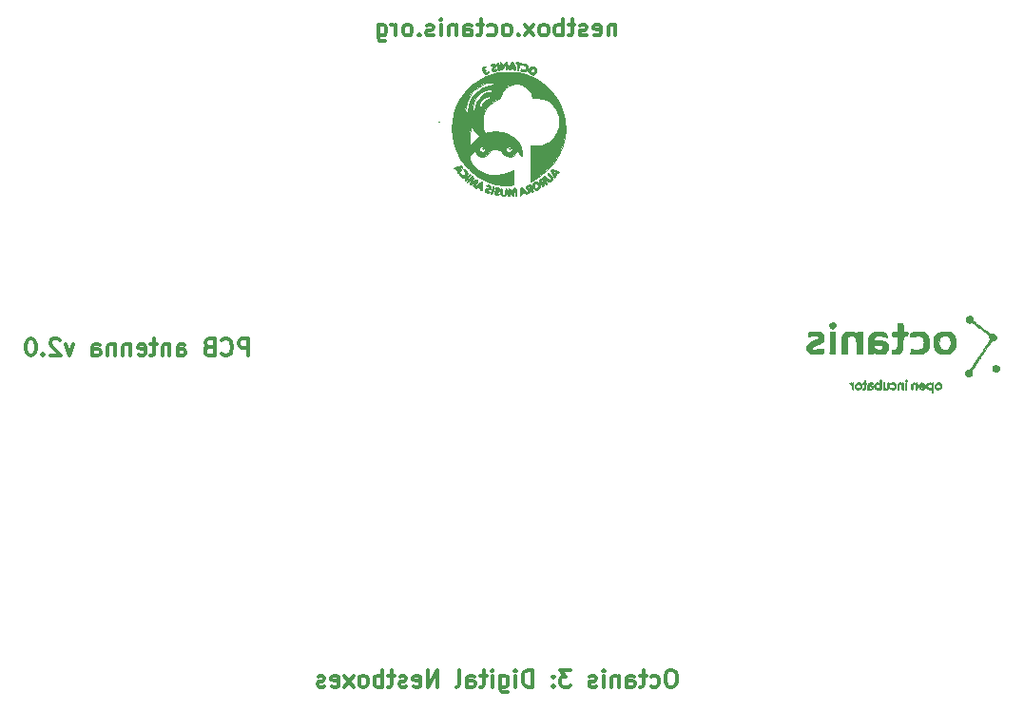
<source format=gbo>
G04 #@! TF.GenerationSoftware,KiCad,Pcbnew,(2017-06-12 revision 19d5cc754)-master*
G04 #@! TF.CreationDate,2017-12-21T18:22:36+01:00*
G04 #@! TF.ProjectId,LF_antenna_denser,4C465F616E74656E6E615F64656E7365,rev?*
G04 #@! TF.FileFunction,Legend,Bot*
G04 #@! TF.FilePolarity,Positive*
%FSLAX46Y46*%
G04 Gerber Fmt 4.6, Leading zero omitted, Abs format (unit mm)*
G04 Created by KiCad (PCBNEW (2017-06-12 revision 19d5cc754)-master) date 2017 December 21, Thursday 18:22:36*
%MOMM*%
%LPD*%
G01*
G04 APERTURE LIST*
%ADD10C,0.050000*%
%ADD11C,0.300000*%
%ADD12C,0.010000*%
G04 APERTURE END LIST*
D10*
D11*
X124857142Y-105178571D02*
X124857142Y-103678571D01*
X124285714Y-103678571D01*
X124142857Y-103750000D01*
X124071428Y-103821428D01*
X124000000Y-103964285D01*
X124000000Y-104178571D01*
X124071428Y-104321428D01*
X124142857Y-104392857D01*
X124285714Y-104464285D01*
X124857142Y-104464285D01*
X122500000Y-105035714D02*
X122571428Y-105107142D01*
X122785714Y-105178571D01*
X122928571Y-105178571D01*
X123142857Y-105107142D01*
X123285714Y-104964285D01*
X123357142Y-104821428D01*
X123428571Y-104535714D01*
X123428571Y-104321428D01*
X123357142Y-104035714D01*
X123285714Y-103892857D01*
X123142857Y-103750000D01*
X122928571Y-103678571D01*
X122785714Y-103678571D01*
X122571428Y-103750000D01*
X122500000Y-103821428D01*
X121357142Y-104392857D02*
X121142857Y-104464285D01*
X121071428Y-104535714D01*
X121000000Y-104678571D01*
X121000000Y-104892857D01*
X121071428Y-105035714D01*
X121142857Y-105107142D01*
X121285714Y-105178571D01*
X121857142Y-105178571D01*
X121857142Y-103678571D01*
X121357142Y-103678571D01*
X121214285Y-103750000D01*
X121142857Y-103821428D01*
X121071428Y-103964285D01*
X121071428Y-104107142D01*
X121142857Y-104250000D01*
X121214285Y-104321428D01*
X121357142Y-104392857D01*
X121857142Y-104392857D01*
X118571428Y-105178571D02*
X118571428Y-104392857D01*
X118642857Y-104250000D01*
X118785714Y-104178571D01*
X119071428Y-104178571D01*
X119214285Y-104250000D01*
X118571428Y-105107142D02*
X118714285Y-105178571D01*
X119071428Y-105178571D01*
X119214285Y-105107142D01*
X119285714Y-104964285D01*
X119285714Y-104821428D01*
X119214285Y-104678571D01*
X119071428Y-104607142D01*
X118714285Y-104607142D01*
X118571428Y-104535714D01*
X117857142Y-104178571D02*
X117857142Y-105178571D01*
X117857142Y-104321428D02*
X117785714Y-104250000D01*
X117642857Y-104178571D01*
X117428571Y-104178571D01*
X117285714Y-104250000D01*
X117214285Y-104392857D01*
X117214285Y-105178571D01*
X116714285Y-104178571D02*
X116142857Y-104178571D01*
X116500000Y-103678571D02*
X116500000Y-104964285D01*
X116428571Y-105107142D01*
X116285714Y-105178571D01*
X116142857Y-105178571D01*
X115071428Y-105107142D02*
X115214285Y-105178571D01*
X115500000Y-105178571D01*
X115642857Y-105107142D01*
X115714285Y-104964285D01*
X115714285Y-104392857D01*
X115642857Y-104250000D01*
X115500000Y-104178571D01*
X115214285Y-104178571D01*
X115071428Y-104250000D01*
X115000000Y-104392857D01*
X115000000Y-104535714D01*
X115714285Y-104678571D01*
X114357142Y-104178571D02*
X114357142Y-105178571D01*
X114357142Y-104321428D02*
X114285714Y-104250000D01*
X114142857Y-104178571D01*
X113928571Y-104178571D01*
X113785714Y-104250000D01*
X113714285Y-104392857D01*
X113714285Y-105178571D01*
X113000000Y-104178571D02*
X113000000Y-105178571D01*
X113000000Y-104321428D02*
X112928571Y-104250000D01*
X112785714Y-104178571D01*
X112571428Y-104178571D01*
X112428571Y-104250000D01*
X112357142Y-104392857D01*
X112357142Y-105178571D01*
X111000000Y-105178571D02*
X111000000Y-104392857D01*
X111071428Y-104250000D01*
X111214285Y-104178571D01*
X111500000Y-104178571D01*
X111642857Y-104250000D01*
X111000000Y-105107142D02*
X111142857Y-105178571D01*
X111500000Y-105178571D01*
X111642857Y-105107142D01*
X111714285Y-104964285D01*
X111714285Y-104821428D01*
X111642857Y-104678571D01*
X111500000Y-104607142D01*
X111142857Y-104607142D01*
X111000000Y-104535714D01*
X109285714Y-104178571D02*
X108928571Y-105178571D01*
X108571428Y-104178571D01*
X108071428Y-103821428D02*
X108000000Y-103750000D01*
X107857142Y-103678571D01*
X107500000Y-103678571D01*
X107357142Y-103750000D01*
X107285714Y-103821428D01*
X107214285Y-103964285D01*
X107214285Y-104107142D01*
X107285714Y-104321428D01*
X108142857Y-105178571D01*
X107214285Y-105178571D01*
X106571428Y-105035714D02*
X106500000Y-105107142D01*
X106571428Y-105178571D01*
X106642857Y-105107142D01*
X106571428Y-105035714D01*
X106571428Y-105178571D01*
X105571428Y-103678571D02*
X105428571Y-103678571D01*
X105285714Y-103750000D01*
X105214285Y-103821428D01*
X105142857Y-103964285D01*
X105071428Y-104250000D01*
X105071428Y-104607142D01*
X105142857Y-104892857D01*
X105214285Y-105035714D01*
X105285714Y-105107142D01*
X105428571Y-105178571D01*
X105571428Y-105178571D01*
X105714285Y-105107142D01*
X105785714Y-105035714D01*
X105857142Y-104892857D01*
X105928571Y-104607142D01*
X105928571Y-104250000D01*
X105857142Y-103964285D01*
X105785714Y-103821428D01*
X105714285Y-103750000D01*
X105571428Y-103678571D01*
X157571428Y-75678571D02*
X157571428Y-76678571D01*
X157571428Y-75821428D02*
X157500000Y-75750000D01*
X157357142Y-75678571D01*
X157142857Y-75678571D01*
X157000000Y-75750000D01*
X156928571Y-75892857D01*
X156928571Y-76678571D01*
X155642857Y-76607142D02*
X155785714Y-76678571D01*
X156071428Y-76678571D01*
X156214285Y-76607142D01*
X156285714Y-76464285D01*
X156285714Y-75892857D01*
X156214285Y-75750000D01*
X156071428Y-75678571D01*
X155785714Y-75678571D01*
X155642857Y-75750000D01*
X155571428Y-75892857D01*
X155571428Y-76035714D01*
X156285714Y-76178571D01*
X155000000Y-76607142D02*
X154857142Y-76678571D01*
X154571428Y-76678571D01*
X154428571Y-76607142D01*
X154357142Y-76464285D01*
X154357142Y-76392857D01*
X154428571Y-76250000D01*
X154571428Y-76178571D01*
X154785714Y-76178571D01*
X154928571Y-76107142D01*
X155000000Y-75964285D01*
X155000000Y-75892857D01*
X154928571Y-75750000D01*
X154785714Y-75678571D01*
X154571428Y-75678571D01*
X154428571Y-75750000D01*
X153928571Y-75678571D02*
X153357142Y-75678571D01*
X153714285Y-75178571D02*
X153714285Y-76464285D01*
X153642857Y-76607142D01*
X153500000Y-76678571D01*
X153357142Y-76678571D01*
X152857142Y-76678571D02*
X152857142Y-75178571D01*
X152857142Y-75750000D02*
X152714285Y-75678571D01*
X152428571Y-75678571D01*
X152285714Y-75750000D01*
X152214285Y-75821428D01*
X152142857Y-75964285D01*
X152142857Y-76392857D01*
X152214285Y-76535714D01*
X152285714Y-76607142D01*
X152428571Y-76678571D01*
X152714285Y-76678571D01*
X152857142Y-76607142D01*
X151285714Y-76678571D02*
X151428571Y-76607142D01*
X151500000Y-76535714D01*
X151571428Y-76392857D01*
X151571428Y-75964285D01*
X151500000Y-75821428D01*
X151428571Y-75750000D01*
X151285714Y-75678571D01*
X151071428Y-75678571D01*
X150928571Y-75750000D01*
X150857142Y-75821428D01*
X150785714Y-75964285D01*
X150785714Y-76392857D01*
X150857142Y-76535714D01*
X150928571Y-76607142D01*
X151071428Y-76678571D01*
X151285714Y-76678571D01*
X150285714Y-76678571D02*
X149500000Y-75678571D01*
X150285714Y-75678571D02*
X149500000Y-76678571D01*
X148928571Y-76535714D02*
X148857142Y-76607142D01*
X148928571Y-76678571D01*
X149000000Y-76607142D01*
X148928571Y-76535714D01*
X148928571Y-76678571D01*
X148000000Y-76678571D02*
X148142857Y-76607142D01*
X148214285Y-76535714D01*
X148285714Y-76392857D01*
X148285714Y-75964285D01*
X148214285Y-75821428D01*
X148142857Y-75750000D01*
X148000000Y-75678571D01*
X147785714Y-75678571D01*
X147642857Y-75750000D01*
X147571428Y-75821428D01*
X147500000Y-75964285D01*
X147500000Y-76392857D01*
X147571428Y-76535714D01*
X147642857Y-76607142D01*
X147785714Y-76678571D01*
X148000000Y-76678571D01*
X146214285Y-76607142D02*
X146357142Y-76678571D01*
X146642857Y-76678571D01*
X146785714Y-76607142D01*
X146857142Y-76535714D01*
X146928571Y-76392857D01*
X146928571Y-75964285D01*
X146857142Y-75821428D01*
X146785714Y-75750000D01*
X146642857Y-75678571D01*
X146357142Y-75678571D01*
X146214285Y-75750000D01*
X145785714Y-75678571D02*
X145214285Y-75678571D01*
X145571428Y-75178571D02*
X145571428Y-76464285D01*
X145500000Y-76607142D01*
X145357142Y-76678571D01*
X145214285Y-76678571D01*
X144071428Y-76678571D02*
X144071428Y-75892857D01*
X144142857Y-75750000D01*
X144285714Y-75678571D01*
X144571428Y-75678571D01*
X144714285Y-75750000D01*
X144071428Y-76607142D02*
X144214285Y-76678571D01*
X144571428Y-76678571D01*
X144714285Y-76607142D01*
X144785714Y-76464285D01*
X144785714Y-76321428D01*
X144714285Y-76178571D01*
X144571428Y-76107142D01*
X144214285Y-76107142D01*
X144071428Y-76035714D01*
X143357142Y-75678571D02*
X143357142Y-76678571D01*
X143357142Y-75821428D02*
X143285714Y-75750000D01*
X143142857Y-75678571D01*
X142928571Y-75678571D01*
X142785714Y-75750000D01*
X142714285Y-75892857D01*
X142714285Y-76678571D01*
X142000000Y-76678571D02*
X142000000Y-75678571D01*
X142000000Y-75178571D02*
X142071428Y-75250000D01*
X142000000Y-75321428D01*
X141928571Y-75250000D01*
X142000000Y-75178571D01*
X142000000Y-75321428D01*
X141357142Y-76607142D02*
X141214285Y-76678571D01*
X140928571Y-76678571D01*
X140785714Y-76607142D01*
X140714285Y-76464285D01*
X140714285Y-76392857D01*
X140785714Y-76250000D01*
X140928571Y-76178571D01*
X141142857Y-76178571D01*
X141285714Y-76107142D01*
X141357142Y-75964285D01*
X141357142Y-75892857D01*
X141285714Y-75750000D01*
X141142857Y-75678571D01*
X140928571Y-75678571D01*
X140785714Y-75750000D01*
X140071428Y-76535714D02*
X140000000Y-76607142D01*
X140071428Y-76678571D01*
X140142857Y-76607142D01*
X140071428Y-76535714D01*
X140071428Y-76678571D01*
X139142857Y-76678571D02*
X139285714Y-76607142D01*
X139357142Y-76535714D01*
X139428571Y-76392857D01*
X139428571Y-75964285D01*
X139357142Y-75821428D01*
X139285714Y-75750000D01*
X139142857Y-75678571D01*
X138928571Y-75678571D01*
X138785714Y-75750000D01*
X138714285Y-75821428D01*
X138642857Y-75964285D01*
X138642857Y-76392857D01*
X138714285Y-76535714D01*
X138785714Y-76607142D01*
X138928571Y-76678571D01*
X139142857Y-76678571D01*
X138000000Y-76678571D02*
X138000000Y-75678571D01*
X138000000Y-75964285D02*
X137928571Y-75821428D01*
X137857142Y-75750000D01*
X137714285Y-75678571D01*
X137571428Y-75678571D01*
X136428571Y-75678571D02*
X136428571Y-76892857D01*
X136500000Y-77035714D01*
X136571428Y-77107142D01*
X136714285Y-77178571D01*
X136928571Y-77178571D01*
X137071428Y-77107142D01*
X136428571Y-76607142D02*
X136571428Y-76678571D01*
X136857142Y-76678571D01*
X137000000Y-76607142D01*
X137071428Y-76535714D01*
X137142857Y-76392857D01*
X137142857Y-75964285D01*
X137071428Y-75821428D01*
X137000000Y-75750000D01*
X136857142Y-75678571D01*
X136571428Y-75678571D01*
X136428571Y-75750000D01*
X162642857Y-133178571D02*
X162357142Y-133178571D01*
X162214285Y-133250000D01*
X162071428Y-133392857D01*
X162000000Y-133678571D01*
X162000000Y-134178571D01*
X162071428Y-134464285D01*
X162214285Y-134607142D01*
X162357142Y-134678571D01*
X162642857Y-134678571D01*
X162785714Y-134607142D01*
X162928571Y-134464285D01*
X163000000Y-134178571D01*
X163000000Y-133678571D01*
X162928571Y-133392857D01*
X162785714Y-133250000D01*
X162642857Y-133178571D01*
X160714285Y-134607142D02*
X160857142Y-134678571D01*
X161142857Y-134678571D01*
X161285714Y-134607142D01*
X161357142Y-134535714D01*
X161428571Y-134392857D01*
X161428571Y-133964285D01*
X161357142Y-133821428D01*
X161285714Y-133750000D01*
X161142857Y-133678571D01*
X160857142Y-133678571D01*
X160714285Y-133750000D01*
X160285714Y-133678571D02*
X159714285Y-133678571D01*
X160071428Y-133178571D02*
X160071428Y-134464285D01*
X160000000Y-134607142D01*
X159857142Y-134678571D01*
X159714285Y-134678571D01*
X158571428Y-134678571D02*
X158571428Y-133892857D01*
X158642857Y-133750000D01*
X158785714Y-133678571D01*
X159071428Y-133678571D01*
X159214285Y-133750000D01*
X158571428Y-134607142D02*
X158714285Y-134678571D01*
X159071428Y-134678571D01*
X159214285Y-134607142D01*
X159285714Y-134464285D01*
X159285714Y-134321428D01*
X159214285Y-134178571D01*
X159071428Y-134107142D01*
X158714285Y-134107142D01*
X158571428Y-134035714D01*
X157857142Y-133678571D02*
X157857142Y-134678571D01*
X157857142Y-133821428D02*
X157785714Y-133750000D01*
X157642857Y-133678571D01*
X157428571Y-133678571D01*
X157285714Y-133750000D01*
X157214285Y-133892857D01*
X157214285Y-134678571D01*
X156500000Y-134678571D02*
X156500000Y-133678571D01*
X156500000Y-133178571D02*
X156571428Y-133250000D01*
X156500000Y-133321428D01*
X156428571Y-133250000D01*
X156500000Y-133178571D01*
X156500000Y-133321428D01*
X155857142Y-134607142D02*
X155714285Y-134678571D01*
X155428571Y-134678571D01*
X155285714Y-134607142D01*
X155214285Y-134464285D01*
X155214285Y-134392857D01*
X155285714Y-134250000D01*
X155428571Y-134178571D01*
X155642857Y-134178571D01*
X155785714Y-134107142D01*
X155857142Y-133964285D01*
X155857142Y-133892857D01*
X155785714Y-133750000D01*
X155642857Y-133678571D01*
X155428571Y-133678571D01*
X155285714Y-133750000D01*
X153571428Y-133178571D02*
X152642857Y-133178571D01*
X153142857Y-133750000D01*
X152928571Y-133750000D01*
X152785714Y-133821428D01*
X152714285Y-133892857D01*
X152642857Y-134035714D01*
X152642857Y-134392857D01*
X152714285Y-134535714D01*
X152785714Y-134607142D01*
X152928571Y-134678571D01*
X153357142Y-134678571D01*
X153500000Y-134607142D01*
X153571428Y-134535714D01*
X152000000Y-134535714D02*
X151928571Y-134607142D01*
X152000000Y-134678571D01*
X152071428Y-134607142D01*
X152000000Y-134535714D01*
X152000000Y-134678571D01*
X152000000Y-133750000D02*
X151928571Y-133821428D01*
X152000000Y-133892857D01*
X152071428Y-133821428D01*
X152000000Y-133750000D01*
X152000000Y-133892857D01*
X150142857Y-134678571D02*
X150142857Y-133178571D01*
X149785714Y-133178571D01*
X149571428Y-133250000D01*
X149428571Y-133392857D01*
X149357142Y-133535714D01*
X149285714Y-133821428D01*
X149285714Y-134035714D01*
X149357142Y-134321428D01*
X149428571Y-134464285D01*
X149571428Y-134607142D01*
X149785714Y-134678571D01*
X150142857Y-134678571D01*
X148642857Y-134678571D02*
X148642857Y-133678571D01*
X148642857Y-133178571D02*
X148714285Y-133250000D01*
X148642857Y-133321428D01*
X148571428Y-133250000D01*
X148642857Y-133178571D01*
X148642857Y-133321428D01*
X147285714Y-133678571D02*
X147285714Y-134892857D01*
X147357142Y-135035714D01*
X147428571Y-135107142D01*
X147571428Y-135178571D01*
X147785714Y-135178571D01*
X147928571Y-135107142D01*
X147285714Y-134607142D02*
X147428571Y-134678571D01*
X147714285Y-134678571D01*
X147857142Y-134607142D01*
X147928571Y-134535714D01*
X148000000Y-134392857D01*
X148000000Y-133964285D01*
X147928571Y-133821428D01*
X147857142Y-133750000D01*
X147714285Y-133678571D01*
X147428571Y-133678571D01*
X147285714Y-133750000D01*
X146571428Y-134678571D02*
X146571428Y-133678571D01*
X146571428Y-133178571D02*
X146642857Y-133250000D01*
X146571428Y-133321428D01*
X146500000Y-133250000D01*
X146571428Y-133178571D01*
X146571428Y-133321428D01*
X146071428Y-133678571D02*
X145500000Y-133678571D01*
X145857142Y-133178571D02*
X145857142Y-134464285D01*
X145785714Y-134607142D01*
X145642857Y-134678571D01*
X145500000Y-134678571D01*
X144357142Y-134678571D02*
X144357142Y-133892857D01*
X144428571Y-133750000D01*
X144571428Y-133678571D01*
X144857142Y-133678571D01*
X145000000Y-133750000D01*
X144357142Y-134607142D02*
X144500000Y-134678571D01*
X144857142Y-134678571D01*
X145000000Y-134607142D01*
X145071428Y-134464285D01*
X145071428Y-134321428D01*
X145000000Y-134178571D01*
X144857142Y-134107142D01*
X144500000Y-134107142D01*
X144357142Y-134035714D01*
X143428571Y-134678571D02*
X143571428Y-134607142D01*
X143642857Y-134464285D01*
X143642857Y-133178571D01*
X141714285Y-134678571D02*
X141714285Y-133178571D01*
X140857142Y-134678571D01*
X140857142Y-133178571D01*
X139571428Y-134607142D02*
X139714285Y-134678571D01*
X140000000Y-134678571D01*
X140142857Y-134607142D01*
X140214285Y-134464285D01*
X140214285Y-133892857D01*
X140142857Y-133750000D01*
X140000000Y-133678571D01*
X139714285Y-133678571D01*
X139571428Y-133750000D01*
X139500000Y-133892857D01*
X139500000Y-134035714D01*
X140214285Y-134178571D01*
X138928571Y-134607142D02*
X138785714Y-134678571D01*
X138500000Y-134678571D01*
X138357142Y-134607142D01*
X138285714Y-134464285D01*
X138285714Y-134392857D01*
X138357142Y-134250000D01*
X138500000Y-134178571D01*
X138714285Y-134178571D01*
X138857142Y-134107142D01*
X138928571Y-133964285D01*
X138928571Y-133892857D01*
X138857142Y-133750000D01*
X138714285Y-133678571D01*
X138500000Y-133678571D01*
X138357142Y-133750000D01*
X137857142Y-133678571D02*
X137285714Y-133678571D01*
X137642857Y-133178571D02*
X137642857Y-134464285D01*
X137571428Y-134607142D01*
X137428571Y-134678571D01*
X137285714Y-134678571D01*
X136785714Y-134678571D02*
X136785714Y-133178571D01*
X136785714Y-133750000D02*
X136642857Y-133678571D01*
X136357142Y-133678571D01*
X136214285Y-133750000D01*
X136142857Y-133821428D01*
X136071428Y-133964285D01*
X136071428Y-134392857D01*
X136142857Y-134535714D01*
X136214285Y-134607142D01*
X136357142Y-134678571D01*
X136642857Y-134678571D01*
X136785714Y-134607142D01*
X135214285Y-134678571D02*
X135357142Y-134607142D01*
X135428571Y-134535714D01*
X135500000Y-134392857D01*
X135500000Y-133964285D01*
X135428571Y-133821428D01*
X135357142Y-133750000D01*
X135214285Y-133678571D01*
X135000000Y-133678571D01*
X134857142Y-133750000D01*
X134785714Y-133821428D01*
X134714285Y-133964285D01*
X134714285Y-134392857D01*
X134785714Y-134535714D01*
X134857142Y-134607142D01*
X135000000Y-134678571D01*
X135214285Y-134678571D01*
X134214285Y-134678571D02*
X133428571Y-133678571D01*
X134214285Y-133678571D02*
X133428571Y-134678571D01*
X132285714Y-134607142D02*
X132428571Y-134678571D01*
X132714285Y-134678571D01*
X132857142Y-134607142D01*
X132928571Y-134464285D01*
X132928571Y-133892857D01*
X132857142Y-133750000D01*
X132714285Y-133678571D01*
X132428571Y-133678571D01*
X132285714Y-133750000D01*
X132214285Y-133892857D01*
X132214285Y-134035714D01*
X132928571Y-134178571D01*
X131642857Y-134607142D02*
X131500000Y-134678571D01*
X131214285Y-134678571D01*
X131071428Y-134607142D01*
X131000000Y-134464285D01*
X131000000Y-134392857D01*
X131071428Y-134250000D01*
X131214285Y-134178571D01*
X131428571Y-134178571D01*
X131571428Y-134107142D01*
X131642857Y-133964285D01*
X131642857Y-133892857D01*
X131571428Y-133750000D01*
X131428571Y-133678571D01*
X131214285Y-133678571D01*
X131071428Y-133750000D01*
D12*
G36*
X176748368Y-102250720D02*
X176660479Y-102317120D01*
X176608155Y-102413679D01*
X176605497Y-102531431D01*
X176633718Y-102608742D01*
X176689125Y-102679675D01*
X176767501Y-102743565D01*
X176843052Y-102781961D01*
X176879148Y-102784272D01*
X176913640Y-102770767D01*
X176973280Y-102747017D01*
X177087095Y-102669915D01*
X177147510Y-102561955D01*
X177149711Y-102441531D01*
X177088888Y-102327037D01*
X177084425Y-102322139D01*
X176974441Y-102244263D01*
X176857723Y-102223446D01*
X176748368Y-102250720D01*
X176748368Y-102250720D01*
G37*
X176748368Y-102250720D02*
X176660479Y-102317120D01*
X176608155Y-102413679D01*
X176605497Y-102531431D01*
X176633718Y-102608742D01*
X176689125Y-102679675D01*
X176767501Y-102743565D01*
X176843052Y-102781961D01*
X176879148Y-102784272D01*
X176913640Y-102770767D01*
X176973280Y-102747017D01*
X177087095Y-102669915D01*
X177147510Y-102561955D01*
X177149711Y-102441531D01*
X177088888Y-102327037D01*
X177084425Y-102322139D01*
X176974441Y-102244263D01*
X176857723Y-102223446D01*
X176748368Y-102250720D01*
G36*
X176642587Y-103954460D02*
X176638642Y-104207707D01*
X176633824Y-104438538D01*
X176628449Y-104636520D01*
X176622833Y-104791221D01*
X176617293Y-104892208D01*
X176613091Y-104927429D01*
X176616831Y-104957806D01*
X176660610Y-104976812D01*
X176757240Y-104988195D01*
X176835502Y-104992473D01*
X177075433Y-105003088D01*
X177098174Y-104865473D01*
X177105954Y-104783259D01*
X177112073Y-104649015D01*
X177116558Y-104474897D01*
X177119434Y-104273060D01*
X177120726Y-104055660D01*
X177120459Y-103834852D01*
X177118660Y-103622793D01*
X177115352Y-103431639D01*
X177110562Y-103273544D01*
X177104314Y-103160665D01*
X177096635Y-103105158D01*
X177094501Y-103101673D01*
X177046004Y-103089002D01*
X176949254Y-103072756D01*
X176860926Y-103060920D01*
X176654565Y-103035920D01*
X176642587Y-103954460D01*
X176642587Y-103954460D01*
G37*
X176642587Y-103954460D02*
X176638642Y-104207707D01*
X176633824Y-104438538D01*
X176628449Y-104636520D01*
X176622833Y-104791221D01*
X176617293Y-104892208D01*
X176613091Y-104927429D01*
X176616831Y-104957806D01*
X176660610Y-104976812D01*
X176757240Y-104988195D01*
X176835502Y-104992473D01*
X177075433Y-105003088D01*
X177098174Y-104865473D01*
X177105954Y-104783259D01*
X177112073Y-104649015D01*
X177116558Y-104474897D01*
X177119434Y-104273060D01*
X177120726Y-104055660D01*
X177120459Y-103834852D01*
X177118660Y-103622793D01*
X177115352Y-103431639D01*
X177110562Y-103273544D01*
X177104314Y-103160665D01*
X177096635Y-103105158D01*
X177094501Y-103101673D01*
X177046004Y-103089002D01*
X176949254Y-103072756D01*
X176860926Y-103060920D01*
X176654565Y-103035920D01*
X176642587Y-103954460D01*
G36*
X178213208Y-103041928D02*
X178040182Y-103084506D01*
X177911197Y-103161365D01*
X177813827Y-103278233D01*
X177783929Y-103331577D01*
X177756453Y-103389316D01*
X177735932Y-103447576D01*
X177721357Y-103517659D01*
X177711719Y-103610867D01*
X177706009Y-103738500D01*
X177703216Y-103911860D01*
X177702332Y-104142249D01*
X177702286Y-104245689D01*
X177702286Y-105000000D01*
X178174001Y-105000000D01*
X178174001Y-103595455D01*
X178267425Y-103494648D01*
X178325094Y-103438967D01*
X178381516Y-103411345D01*
X178461571Y-103405372D01*
X178581139Y-103413816D01*
X178725020Y-103434427D01*
X178822559Y-103470683D01*
X178895928Y-103528195D01*
X178928998Y-103563155D01*
X178953591Y-103599792D01*
X178971317Y-103649146D01*
X178983781Y-103722261D01*
X178992590Y-103830178D01*
X178999352Y-103983939D01*
X179005674Y-104194587D01*
X179008572Y-104302228D01*
X179026715Y-104981858D01*
X179271643Y-104992587D01*
X179516572Y-105003316D01*
X179516572Y-103040572D01*
X179298858Y-103040572D01*
X179183913Y-103044695D01*
X179104802Y-103055412D01*
X179080588Y-103067786D01*
X179062732Y-103119376D01*
X179047993Y-103145598D01*
X179016810Y-103170887D01*
X178964484Y-103159425D01*
X178878281Y-103111109D01*
X178794419Y-103066712D01*
X178706041Y-103041055D01*
X178589720Y-103029664D01*
X178442696Y-103027905D01*
X178213208Y-103041928D01*
X178213208Y-103041928D01*
G37*
X178213208Y-103041928D02*
X178040182Y-103084506D01*
X177911197Y-103161365D01*
X177813827Y-103278233D01*
X177783929Y-103331577D01*
X177756453Y-103389316D01*
X177735932Y-103447576D01*
X177721357Y-103517659D01*
X177711719Y-103610867D01*
X177706009Y-103738500D01*
X177703216Y-103911860D01*
X177702332Y-104142249D01*
X177702286Y-104245689D01*
X177702286Y-105000000D01*
X178174001Y-105000000D01*
X178174001Y-103595455D01*
X178267425Y-103494648D01*
X178325094Y-103438967D01*
X178381516Y-103411345D01*
X178461571Y-103405372D01*
X178581139Y-103413816D01*
X178725020Y-103434427D01*
X178822559Y-103470683D01*
X178895928Y-103528195D01*
X178928998Y-103563155D01*
X178953591Y-103599792D01*
X178971317Y-103649146D01*
X178983781Y-103722261D01*
X178992590Y-103830178D01*
X178999352Y-103983939D01*
X179005674Y-104194587D01*
X179008572Y-104302228D01*
X179026715Y-104981858D01*
X179271643Y-104992587D01*
X179516572Y-105003316D01*
X179516572Y-103040572D01*
X179298858Y-103040572D01*
X179183913Y-103044695D01*
X179104802Y-103055412D01*
X179080588Y-103067786D01*
X179062732Y-103119376D01*
X179047993Y-103145598D01*
X179016810Y-103170887D01*
X178964484Y-103159425D01*
X178878281Y-103111109D01*
X178794419Y-103066712D01*
X178706041Y-103041055D01*
X178589720Y-103029664D01*
X178442696Y-103027905D01*
X178213208Y-103041928D01*
G36*
X175215539Y-103029836D02*
X175052306Y-103038551D01*
X174924892Y-103050571D01*
X174906138Y-103053259D01*
X174807736Y-103072016D01*
X174754274Y-103102184D01*
X174725062Y-103164779D01*
X174703959Y-103258602D01*
X174688318Y-103365071D01*
X174690177Y-103434099D01*
X174699157Y-103448624D01*
X174747535Y-103449910D01*
X174849618Y-103444279D01*
X174986990Y-103432884D01*
X175051604Y-103426572D01*
X175214536Y-103414264D01*
X175365994Y-103410289D01*
X175479757Y-103415119D01*
X175503055Y-103418438D01*
X175590750Y-103442415D01*
X175627281Y-103483511D01*
X175634001Y-103550688D01*
X175622438Y-103612176D01*
X175581335Y-103665995D01*
X175501065Y-103717985D01*
X175372003Y-103773987D01*
X175184523Y-103839845D01*
X175126000Y-103858986D01*
X175014891Y-103897549D01*
X174934874Y-103930145D01*
X174908286Y-103945569D01*
X174867504Y-103978769D01*
X174793932Y-104028744D01*
X174790824Y-104030726D01*
X174690660Y-104127302D01*
X174606491Y-104265842D01*
X174554486Y-104415738D01*
X174545429Y-104495343D01*
X174576722Y-104639764D01*
X174661130Y-104787719D01*
X174784444Y-104915642D01*
X174810875Y-104935579D01*
X174873075Y-104973563D01*
X174943303Y-104998436D01*
X175039059Y-105013336D01*
X175177844Y-105021403D01*
X175307245Y-105024615D01*
X175473495Y-105026007D01*
X175618308Y-105024170D01*
X175722659Y-105019514D01*
X175761001Y-105014898D01*
X175843793Y-104993318D01*
X175952512Y-104962134D01*
X175969643Y-104956989D01*
X176050650Y-104928554D01*
X176090744Y-104892014D01*
X176104305Y-104824054D01*
X176105715Y-104736381D01*
X176105715Y-104556949D01*
X175951501Y-104580561D01*
X175845662Y-104593172D01*
X175693426Y-104606870D01*
X175520887Y-104619418D01*
X175445033Y-104624010D01*
X175092780Y-104643848D01*
X175067634Y-104543659D01*
X175065018Y-104463030D01*
X175106829Y-104394550D01*
X175200786Y-104332295D01*
X175354608Y-104270339D01*
X175472737Y-104232675D01*
X175600188Y-104190899D01*
X175695245Y-104153086D01*
X175741058Y-104126125D01*
X175742858Y-104122200D01*
X175771729Y-104094107D01*
X175788215Y-104091650D01*
X175848322Y-104069054D01*
X175908889Y-104027456D01*
X176029507Y-103894674D01*
X176093879Y-103737017D01*
X176110751Y-103573897D01*
X176092116Y-103380071D01*
X176027983Y-103232115D01*
X175913819Y-103126614D01*
X175745091Y-103060150D01*
X175517266Y-103029306D01*
X175384050Y-103026156D01*
X175215539Y-103029836D01*
X175215539Y-103029836D01*
G37*
X175215539Y-103029836D02*
X175052306Y-103038551D01*
X174924892Y-103050571D01*
X174906138Y-103053259D01*
X174807736Y-103072016D01*
X174754274Y-103102184D01*
X174725062Y-103164779D01*
X174703959Y-103258602D01*
X174688318Y-103365071D01*
X174690177Y-103434099D01*
X174699157Y-103448624D01*
X174747535Y-103449910D01*
X174849618Y-103444279D01*
X174986990Y-103432884D01*
X175051604Y-103426572D01*
X175214536Y-103414264D01*
X175365994Y-103410289D01*
X175479757Y-103415119D01*
X175503055Y-103418438D01*
X175590750Y-103442415D01*
X175627281Y-103483511D01*
X175634001Y-103550688D01*
X175622438Y-103612176D01*
X175581335Y-103665995D01*
X175501065Y-103717985D01*
X175372003Y-103773987D01*
X175184523Y-103839845D01*
X175126000Y-103858986D01*
X175014891Y-103897549D01*
X174934874Y-103930145D01*
X174908286Y-103945569D01*
X174867504Y-103978769D01*
X174793932Y-104028744D01*
X174790824Y-104030726D01*
X174690660Y-104127302D01*
X174606491Y-104265842D01*
X174554486Y-104415738D01*
X174545429Y-104495343D01*
X174576722Y-104639764D01*
X174661130Y-104787719D01*
X174784444Y-104915642D01*
X174810875Y-104935579D01*
X174873075Y-104973563D01*
X174943303Y-104998436D01*
X175039059Y-105013336D01*
X175177844Y-105021403D01*
X175307245Y-105024615D01*
X175473495Y-105026007D01*
X175618308Y-105024170D01*
X175722659Y-105019514D01*
X175761001Y-105014898D01*
X175843793Y-104993318D01*
X175952512Y-104962134D01*
X175969643Y-104956989D01*
X176050650Y-104928554D01*
X176090744Y-104892014D01*
X176104305Y-104824054D01*
X176105715Y-104736381D01*
X176105715Y-104556949D01*
X175951501Y-104580561D01*
X175845662Y-104593172D01*
X175693426Y-104606870D01*
X175520887Y-104619418D01*
X175445033Y-104624010D01*
X175092780Y-104643848D01*
X175067634Y-104543659D01*
X175065018Y-104463030D01*
X175106829Y-104394550D01*
X175200786Y-104332295D01*
X175354608Y-104270339D01*
X175472737Y-104232675D01*
X175600188Y-104190899D01*
X175695245Y-104153086D01*
X175741058Y-104126125D01*
X175742858Y-104122200D01*
X175771729Y-104094107D01*
X175788215Y-104091650D01*
X175848322Y-104069054D01*
X175908889Y-104027456D01*
X176029507Y-103894674D01*
X176093879Y-103737017D01*
X176110751Y-103573897D01*
X176092116Y-103380071D01*
X176027983Y-103232115D01*
X175913819Y-103126614D01*
X175745091Y-103060150D01*
X175517266Y-103029306D01*
X175384050Y-103026156D01*
X175215539Y-103029836D01*
G36*
X180830046Y-103029736D02*
X180621901Y-103055096D01*
X180459101Y-103104436D01*
X180311880Y-103185794D01*
X180209106Y-103282753D01*
X180123423Y-103421457D01*
X180119662Y-103428841D01*
X180098792Y-103481951D01*
X180083324Y-103554208D01*
X180072528Y-103656089D01*
X180065673Y-103798073D01*
X180062029Y-103990637D01*
X180060866Y-104244260D01*
X180060858Y-104272484D01*
X180060858Y-105000000D01*
X180276769Y-105000000D01*
X180413299Y-104993747D01*
X180492595Y-104972750D01*
X180524931Y-104942372D01*
X180552121Y-104910246D01*
X180594225Y-104910916D01*
X180672275Y-104946579D01*
X180698553Y-104960515D01*
X180807589Y-105006061D01*
X180933023Y-105027943D01*
X181094463Y-105031345D01*
X181235684Y-105026600D01*
X181357794Y-105018987D01*
X181431948Y-105010507D01*
X181537264Y-104961787D01*
X181650045Y-104865725D01*
X181751557Y-104742659D01*
X181823070Y-104612926D01*
X181837375Y-104570344D01*
X181856142Y-104470529D01*
X181349996Y-104470529D01*
X181332680Y-104541636D01*
X181308806Y-104591839D01*
X181272909Y-104620448D01*
X181206707Y-104633501D01*
X181091914Y-104637036D01*
X181043493Y-104637143D01*
X180899406Y-104633168D01*
X180805117Y-104617658D01*
X180738112Y-104585235D01*
X180701722Y-104555500D01*
X180639125Y-104478813D01*
X180586931Y-104383019D01*
X180555399Y-104292143D01*
X180554786Y-104230206D01*
X180559725Y-104222942D01*
X180610455Y-104208738D01*
X180712519Y-104201894D01*
X180845134Y-104201658D01*
X180987517Y-104207278D01*
X181118885Y-104218001D01*
X181218456Y-104233076D01*
X181262077Y-104248365D01*
X181334433Y-104345486D01*
X181349996Y-104470529D01*
X181856142Y-104470529D01*
X181860325Y-104448283D01*
X181850584Y-104339584D01*
X181823799Y-104248721D01*
X181742846Y-104083173D01*
X181623169Y-103959148D01*
X181457964Y-103873322D01*
X181240428Y-103822371D01*
X180963757Y-103802971D01*
X180910564Y-103802572D01*
X180725306Y-103800051D01*
X180604961Y-103788481D01*
X180541934Y-103761851D01*
X180528630Y-103714152D01*
X180557456Y-103639373D01*
X180603548Y-103559612D01*
X180681681Y-103475344D01*
X180796366Y-103425627D01*
X180953982Y-103410127D01*
X181160908Y-103428508D01*
X181423524Y-103480436D01*
X181544289Y-103510189D01*
X181641681Y-103532356D01*
X181704300Y-103541170D01*
X181714772Y-103539610D01*
X181716707Y-103500313D01*
X181708927Y-103412771D01*
X181700800Y-103350206D01*
X181683577Y-103249520D01*
X181656124Y-103189372D01*
X181599933Y-103149291D01*
X181496493Y-103108811D01*
X181475889Y-103101485D01*
X181281405Y-103052860D01*
X181058002Y-103028967D01*
X180830046Y-103029736D01*
X180830046Y-103029736D01*
G37*
X180830046Y-103029736D02*
X180621901Y-103055096D01*
X180459101Y-103104436D01*
X180311880Y-103185794D01*
X180209106Y-103282753D01*
X180123423Y-103421457D01*
X180119662Y-103428841D01*
X180098792Y-103481951D01*
X180083324Y-103554208D01*
X180072528Y-103656089D01*
X180065673Y-103798073D01*
X180062029Y-103990637D01*
X180060866Y-104244260D01*
X180060858Y-104272484D01*
X180060858Y-105000000D01*
X180276769Y-105000000D01*
X180413299Y-104993747D01*
X180492595Y-104972750D01*
X180524931Y-104942372D01*
X180552121Y-104910246D01*
X180594225Y-104910916D01*
X180672275Y-104946579D01*
X180698553Y-104960515D01*
X180807589Y-105006061D01*
X180933023Y-105027943D01*
X181094463Y-105031345D01*
X181235684Y-105026600D01*
X181357794Y-105018987D01*
X181431948Y-105010507D01*
X181537264Y-104961787D01*
X181650045Y-104865725D01*
X181751557Y-104742659D01*
X181823070Y-104612926D01*
X181837375Y-104570344D01*
X181856142Y-104470529D01*
X181349996Y-104470529D01*
X181332680Y-104541636D01*
X181308806Y-104591839D01*
X181272909Y-104620448D01*
X181206707Y-104633501D01*
X181091914Y-104637036D01*
X181043493Y-104637143D01*
X180899406Y-104633168D01*
X180805117Y-104617658D01*
X180738112Y-104585235D01*
X180701722Y-104555500D01*
X180639125Y-104478813D01*
X180586931Y-104383019D01*
X180555399Y-104292143D01*
X180554786Y-104230206D01*
X180559725Y-104222942D01*
X180610455Y-104208738D01*
X180712519Y-104201894D01*
X180845134Y-104201658D01*
X180987517Y-104207278D01*
X181118885Y-104218001D01*
X181218456Y-104233076D01*
X181262077Y-104248365D01*
X181334433Y-104345486D01*
X181349996Y-104470529D01*
X181856142Y-104470529D01*
X181860325Y-104448283D01*
X181850584Y-104339584D01*
X181823799Y-104248721D01*
X181742846Y-104083173D01*
X181623169Y-103959148D01*
X181457964Y-103873322D01*
X181240428Y-103822371D01*
X180963757Y-103802971D01*
X180910564Y-103802572D01*
X180725306Y-103800051D01*
X180604961Y-103788481D01*
X180541934Y-103761851D01*
X180528630Y-103714152D01*
X180557456Y-103639373D01*
X180603548Y-103559612D01*
X180681681Y-103475344D01*
X180796366Y-103425627D01*
X180953982Y-103410127D01*
X181160908Y-103428508D01*
X181423524Y-103480436D01*
X181544289Y-103510189D01*
X181641681Y-103532356D01*
X181704300Y-103541170D01*
X181714772Y-103539610D01*
X181716707Y-103500313D01*
X181708927Y-103412771D01*
X181700800Y-103350206D01*
X181683577Y-103249520D01*
X181656124Y-103189372D01*
X181599933Y-103149291D01*
X181496493Y-103108811D01*
X181475889Y-103101485D01*
X181281405Y-103052860D01*
X181058002Y-103028967D01*
X180830046Y-103029736D01*
G36*
X182739907Y-102288081D02*
X182679961Y-102309696D01*
X182671547Y-102323929D01*
X182669945Y-102378793D01*
X182667261Y-102486888D01*
X182663968Y-102628891D01*
X182662476Y-102695858D01*
X182655286Y-103022429D01*
X182445039Y-103033359D01*
X182323514Y-103043235D01*
X182254143Y-103062483D01*
X182216512Y-103099617D01*
X182200110Y-103135507D01*
X182173371Y-103244101D01*
X182165429Y-103331562D01*
X182168344Y-103387184D01*
X182187826Y-103419388D01*
X182239981Y-103435774D01*
X182340914Y-103443942D01*
X182410358Y-103447128D01*
X182655286Y-103457858D01*
X182654635Y-103911429D01*
X182649894Y-104138522D01*
X182637101Y-104326239D01*
X182617354Y-104461117D01*
X182606464Y-104501072D01*
X182575331Y-104579997D01*
X182538334Y-104620371D01*
X182472682Y-104635112D01*
X182366419Y-104637143D01*
X182243501Y-104645207D01*
X182172187Y-104679370D01*
X182138812Y-104754589D01*
X182129714Y-104885820D01*
X182129639Y-104896333D01*
X182138835Y-104961376D01*
X182175571Y-105002872D01*
X182252353Y-105025713D01*
X182381684Y-105034790D01*
X182485897Y-105035675D01*
X182650631Y-105027115D01*
X182768918Y-104998987D01*
X182843606Y-104960921D01*
X182929059Y-104883158D01*
X183012446Y-104771456D01*
X183043177Y-104716603D01*
X183076299Y-104642166D01*
X183100062Y-104565224D01*
X183116413Y-104471145D01*
X183127303Y-104345298D01*
X183134678Y-104173052D01*
X183139295Y-103994856D01*
X183151589Y-103443284D01*
X183337666Y-103432428D01*
X183447578Y-103423239D01*
X183506756Y-103402501D01*
X183536965Y-103355513D01*
X183555868Y-103285053D01*
X183576310Y-103160629D01*
X183558191Y-103086659D01*
X183490895Y-103050784D01*
X183363807Y-103040646D01*
X183345854Y-103040572D01*
X183145143Y-103040572D01*
X183145143Y-102681947D01*
X183144192Y-102517714D01*
X183139315Y-102411898D01*
X183127476Y-102350349D01*
X183105639Y-102318918D01*
X183070768Y-102303454D01*
X183063500Y-102301442D01*
X182954011Y-102282673D01*
X182838702Y-102278647D01*
X182739907Y-102288081D01*
X182739907Y-102288081D01*
G37*
X182739907Y-102288081D02*
X182679961Y-102309696D01*
X182671547Y-102323929D01*
X182669945Y-102378793D01*
X182667261Y-102486888D01*
X182663968Y-102628891D01*
X182662476Y-102695858D01*
X182655286Y-103022429D01*
X182445039Y-103033359D01*
X182323514Y-103043235D01*
X182254143Y-103062483D01*
X182216512Y-103099617D01*
X182200110Y-103135507D01*
X182173371Y-103244101D01*
X182165429Y-103331562D01*
X182168344Y-103387184D01*
X182187826Y-103419388D01*
X182239981Y-103435774D01*
X182340914Y-103443942D01*
X182410358Y-103447128D01*
X182655286Y-103457858D01*
X182654635Y-103911429D01*
X182649894Y-104138522D01*
X182637101Y-104326239D01*
X182617354Y-104461117D01*
X182606464Y-104501072D01*
X182575331Y-104579997D01*
X182538334Y-104620371D01*
X182472682Y-104635112D01*
X182366419Y-104637143D01*
X182243501Y-104645207D01*
X182172187Y-104679370D01*
X182138812Y-104754589D01*
X182129714Y-104885820D01*
X182129639Y-104896333D01*
X182138835Y-104961376D01*
X182175571Y-105002872D01*
X182252353Y-105025713D01*
X182381684Y-105034790D01*
X182485897Y-105035675D01*
X182650631Y-105027115D01*
X182768918Y-104998987D01*
X182843606Y-104960921D01*
X182929059Y-104883158D01*
X183012446Y-104771456D01*
X183043177Y-104716603D01*
X183076299Y-104642166D01*
X183100062Y-104565224D01*
X183116413Y-104471145D01*
X183127303Y-104345298D01*
X183134678Y-104173052D01*
X183139295Y-103994856D01*
X183151589Y-103443284D01*
X183337666Y-103432428D01*
X183447578Y-103423239D01*
X183506756Y-103402501D01*
X183536965Y-103355513D01*
X183555868Y-103285053D01*
X183576310Y-103160629D01*
X183558191Y-103086659D01*
X183490895Y-103050784D01*
X183363807Y-103040646D01*
X183345854Y-103040572D01*
X183145143Y-103040572D01*
X183145143Y-102681947D01*
X183144192Y-102517714D01*
X183139315Y-102411898D01*
X183127476Y-102350349D01*
X183105639Y-102318918D01*
X183070768Y-102303454D01*
X183063500Y-102301442D01*
X182954011Y-102282673D01*
X182838702Y-102278647D01*
X182739907Y-102288081D01*
G36*
X184310848Y-103020843D02*
X184288143Y-103023283D01*
X184085759Y-103056450D01*
X183945663Y-103102997D01*
X183857777Y-103170880D01*
X183812019Y-103268059D01*
X183798311Y-103402490D01*
X183798286Y-103410021D01*
X183804554Y-103485785D01*
X183837145Y-103507167D01*
X183898072Y-103496713D01*
X184190311Y-103436122D01*
X184425723Y-103410113D01*
X184611410Y-103418928D01*
X184754478Y-103462809D01*
X184849190Y-103529105D01*
X184938693Y-103658320D01*
X184990327Y-103825290D01*
X185005698Y-104012207D01*
X184986409Y-104201262D01*
X184934064Y-104374646D01*
X184850267Y-104514551D01*
X184753172Y-104595099D01*
X184673491Y-104616469D01*
X184544716Y-104630071D01*
X184389563Y-104635837D01*
X184230748Y-104633695D01*
X184090988Y-104623576D01*
X183992999Y-104605411D01*
X183973434Y-104597496D01*
X183897032Y-104578358D01*
X183847637Y-104620299D01*
X183822780Y-104726676D01*
X183818740Y-104807847D01*
X183816429Y-104979545D01*
X183961572Y-105005824D01*
X184120160Y-105024583D01*
X184312342Y-105032617D01*
X184515887Y-105030556D01*
X184708563Y-105019028D01*
X184868140Y-104998663D01*
X184953329Y-104977758D01*
X185155481Y-104873737D01*
X185312037Y-104716541D01*
X185399285Y-104569449D01*
X185437511Y-104478798D01*
X185461480Y-104385566D01*
X185474108Y-104269468D01*
X185478311Y-104110221D01*
X185478238Y-104020286D01*
X185465423Y-103756975D01*
X185426465Y-103550242D01*
X185355720Y-103387049D01*
X185247542Y-103254357D01*
X185096875Y-103139501D01*
X184990944Y-103095111D01*
X184835954Y-103057684D01*
X184655326Y-103030587D01*
X184472484Y-103017185D01*
X184310848Y-103020843D01*
X184310848Y-103020843D01*
G37*
X184310848Y-103020843D02*
X184288143Y-103023283D01*
X184085759Y-103056450D01*
X183945663Y-103102997D01*
X183857777Y-103170880D01*
X183812019Y-103268059D01*
X183798311Y-103402490D01*
X183798286Y-103410021D01*
X183804554Y-103485785D01*
X183837145Y-103507167D01*
X183898072Y-103496713D01*
X184190311Y-103436122D01*
X184425723Y-103410113D01*
X184611410Y-103418928D01*
X184754478Y-103462809D01*
X184849190Y-103529105D01*
X184938693Y-103658320D01*
X184990327Y-103825290D01*
X185005698Y-104012207D01*
X184986409Y-104201262D01*
X184934064Y-104374646D01*
X184850267Y-104514551D01*
X184753172Y-104595099D01*
X184673491Y-104616469D01*
X184544716Y-104630071D01*
X184389563Y-104635837D01*
X184230748Y-104633695D01*
X184090988Y-104623576D01*
X183992999Y-104605411D01*
X183973434Y-104597496D01*
X183897032Y-104578358D01*
X183847637Y-104620299D01*
X183822780Y-104726676D01*
X183818740Y-104807847D01*
X183816429Y-104979545D01*
X183961572Y-105005824D01*
X184120160Y-105024583D01*
X184312342Y-105032617D01*
X184515887Y-105030556D01*
X184708563Y-105019028D01*
X184868140Y-104998663D01*
X184953329Y-104977758D01*
X185155481Y-104873737D01*
X185312037Y-104716541D01*
X185399285Y-104569449D01*
X185437511Y-104478798D01*
X185461480Y-104385566D01*
X185474108Y-104269468D01*
X185478311Y-104110221D01*
X185478238Y-104020286D01*
X185465423Y-103756975D01*
X185426465Y-103550242D01*
X185355720Y-103387049D01*
X185247542Y-103254357D01*
X185096875Y-103139501D01*
X184990944Y-103095111D01*
X184835954Y-103057684D01*
X184655326Y-103030587D01*
X184472484Y-103017185D01*
X184310848Y-103020843D01*
G36*
X186688795Y-103030867D02*
X186564911Y-103042461D01*
X186463525Y-103067745D01*
X186359674Y-103111240D01*
X186333996Y-103123712D01*
X186141782Y-103251288D01*
X186002103Y-103420715D01*
X185912603Y-103636540D01*
X185870926Y-103903310D01*
X185867118Y-104024796D01*
X185888374Y-104311052D01*
X185955461Y-104545147D01*
X186071498Y-104733591D01*
X186239603Y-104882893D01*
X186294802Y-104917618D01*
X186383411Y-104964800D01*
X186468777Y-104995256D01*
X186571921Y-105013311D01*
X186713866Y-105023290D01*
X186827645Y-105027236D01*
X187028918Y-105028649D01*
X187174128Y-105018602D01*
X187279096Y-104995602D01*
X187316394Y-104981091D01*
X187529533Y-104855414D01*
X187686929Y-104691795D01*
X187754676Y-104580290D01*
X187796084Y-104491091D01*
X187822477Y-104404429D01*
X187837101Y-104300072D01*
X187843203Y-104157786D01*
X187844143Y-104022812D01*
X187843463Y-103968156D01*
X187388918Y-103968156D01*
X187382505Y-104167813D01*
X187339044Y-104353279D01*
X187258314Y-104505602D01*
X187200815Y-104566018D01*
X187132935Y-104605901D01*
X187036767Y-104627400D01*
X186892025Y-104634664D01*
X186864429Y-104634782D01*
X186722732Y-104628559D01*
X186610563Y-104611957D01*
X186553274Y-104590632D01*
X186445949Y-104464409D01*
X186376159Y-104288814D01*
X186347238Y-104078484D01*
X186362520Y-103848055D01*
X186372198Y-103795863D01*
X186422004Y-103627887D01*
X186497034Y-103516269D01*
X186609843Y-103451532D01*
X186772982Y-103424196D01*
X186867924Y-103421572D01*
X187048691Y-103430755D01*
X187162367Y-103458044D01*
X187188076Y-103473573D01*
X187291482Y-103602083D01*
X187358503Y-103773261D01*
X187388918Y-103968156D01*
X187843463Y-103968156D01*
X187841850Y-103838666D01*
X187833103Y-103708090D01*
X187815101Y-103612171D01*
X187785042Y-103532001D01*
X187765824Y-103494143D01*
X187640159Y-103306441D01*
X187489134Y-103171541D01*
X187302172Y-103084006D01*
X187068698Y-103038398D01*
X186860139Y-103028444D01*
X186688795Y-103030867D01*
X186688795Y-103030867D01*
G37*
X186688795Y-103030867D02*
X186564911Y-103042461D01*
X186463525Y-103067745D01*
X186359674Y-103111240D01*
X186333996Y-103123712D01*
X186141782Y-103251288D01*
X186002103Y-103420715D01*
X185912603Y-103636540D01*
X185870926Y-103903310D01*
X185867118Y-104024796D01*
X185888374Y-104311052D01*
X185955461Y-104545147D01*
X186071498Y-104733591D01*
X186239603Y-104882893D01*
X186294802Y-104917618D01*
X186383411Y-104964800D01*
X186468777Y-104995256D01*
X186571921Y-105013311D01*
X186713866Y-105023290D01*
X186827645Y-105027236D01*
X187028918Y-105028649D01*
X187174128Y-105018602D01*
X187279096Y-104995602D01*
X187316394Y-104981091D01*
X187529533Y-104855414D01*
X187686929Y-104691795D01*
X187754676Y-104580290D01*
X187796084Y-104491091D01*
X187822477Y-104404429D01*
X187837101Y-104300072D01*
X187843203Y-104157786D01*
X187844143Y-104022812D01*
X187843463Y-103968156D01*
X187388918Y-103968156D01*
X187382505Y-104167813D01*
X187339044Y-104353279D01*
X187258314Y-104505602D01*
X187200815Y-104566018D01*
X187132935Y-104605901D01*
X187036767Y-104627400D01*
X186892025Y-104634664D01*
X186864429Y-104634782D01*
X186722732Y-104628559D01*
X186610563Y-104611957D01*
X186553274Y-104590632D01*
X186445949Y-104464409D01*
X186376159Y-104288814D01*
X186347238Y-104078484D01*
X186362520Y-103848055D01*
X186372198Y-103795863D01*
X186422004Y-103627887D01*
X186497034Y-103516269D01*
X186609843Y-103451532D01*
X186772982Y-103424196D01*
X186867924Y-103421572D01*
X187048691Y-103430755D01*
X187162367Y-103458044D01*
X187188076Y-103473573D01*
X187291482Y-103602083D01*
X187358503Y-103773261D01*
X187388918Y-103968156D01*
X187843463Y-103968156D01*
X187841850Y-103838666D01*
X187833103Y-103708090D01*
X187815101Y-103612171D01*
X187785042Y-103532001D01*
X187765824Y-103494143D01*
X187640159Y-103306441D01*
X187489134Y-103171541D01*
X187302172Y-103084006D01*
X187068698Y-103038398D01*
X186860139Y-103028444D01*
X186688795Y-103030867D01*
G36*
X191311291Y-106045325D02*
X191237465Y-106080784D01*
X191178760Y-106143514D01*
X191105332Y-106275350D01*
X191103809Y-106398813D01*
X191174265Y-106515873D01*
X191193486Y-106535355D01*
X191318153Y-106612509D01*
X191457424Y-106632739D01*
X191588380Y-106594572D01*
X191632194Y-106563588D01*
X191713540Y-106450175D01*
X191735132Y-106317048D01*
X191695185Y-106187031D01*
X191664965Y-106144881D01*
X191584095Y-106073553D01*
X191484986Y-106043493D01*
X191421541Y-106039263D01*
X191311291Y-106045325D01*
X191311291Y-106045325D01*
G37*
X191311291Y-106045325D02*
X191237465Y-106080784D01*
X191178760Y-106143514D01*
X191105332Y-106275350D01*
X191103809Y-106398813D01*
X191174265Y-106515873D01*
X191193486Y-106535355D01*
X191318153Y-106612509D01*
X191457424Y-106632739D01*
X191588380Y-106594572D01*
X191632194Y-106563588D01*
X191713540Y-106450175D01*
X191735132Y-106317048D01*
X191695185Y-106187031D01*
X191664965Y-106144881D01*
X191584095Y-106073553D01*
X191484986Y-106043493D01*
X191421541Y-106039263D01*
X191311291Y-106045325D01*
G36*
X188953389Y-101662098D02*
X188879970Y-101727020D01*
X188791260Y-101855635D01*
X188769888Y-101986404D01*
X188813483Y-102106223D01*
X188919674Y-102201987D01*
X188970473Y-102227097D01*
X189076886Y-102258244D01*
X189163623Y-102245544D01*
X189182225Y-102237729D01*
X189241294Y-102219939D01*
X189301402Y-102231039D01*
X189384305Y-102277796D01*
X189445128Y-102319490D01*
X189589382Y-102422807D01*
X189700442Y-102507426D01*
X189805773Y-102594484D01*
X189833842Y-102618598D01*
X189903894Y-102675563D01*
X190008508Y-102756686D01*
X190112000Y-102834665D01*
X190307867Y-102983138D01*
X190542058Y-103166374D01*
X190774215Y-103351683D01*
X190820880Y-103424291D01*
X190837715Y-103512423D01*
X190850881Y-103614449D01*
X190878003Y-103686640D01*
X190885047Y-103714883D01*
X190875448Y-103759291D01*
X190845234Y-103826829D01*
X190790434Y-103924463D01*
X190707075Y-104059159D01*
X190591185Y-104237882D01*
X190438792Y-104467600D01*
X190397217Y-104529790D01*
X190255548Y-104740422D01*
X190126426Y-104930372D01*
X190015498Y-105091497D01*
X189928408Y-105215658D01*
X189870801Y-105294712D01*
X189848929Y-105320524D01*
X189824032Y-105362297D01*
X189821715Y-105384024D01*
X189806169Y-105430743D01*
X189794500Y-105435970D01*
X189763947Y-105465230D01*
X189709555Y-105541574D01*
X189642879Y-105648730D01*
X189640286Y-105653143D01*
X189573374Y-105761140D01*
X189518311Y-105838936D01*
X189486653Y-105870261D01*
X189486072Y-105870316D01*
X189461502Y-105900169D01*
X189458858Y-105922262D01*
X189442601Y-105976516D01*
X189431643Y-105985762D01*
X189399420Y-106020218D01*
X189340960Y-106099017D01*
X189268846Y-106205187D01*
X189267987Y-106206501D01*
X189184930Y-106324036D01*
X189120168Y-106388935D01*
X189059937Y-106413668D01*
X189037728Y-106415143D01*
X188938323Y-106433875D01*
X188841419Y-106475688D01*
X188753851Y-106564616D01*
X188710839Y-106685914D01*
X188715343Y-106814259D01*
X188770328Y-106924329D01*
X188786945Y-106941286D01*
X188875430Y-107005816D01*
X188968502Y-107049666D01*
X189047010Y-107066951D01*
X189091803Y-107051790D01*
X189096001Y-107036233D01*
X189126093Y-107001994D01*
X189165463Y-106986014D01*
X189251657Y-106929181D01*
X189305315Y-106824451D01*
X189318801Y-106692096D01*
X189305905Y-106613262D01*
X189289210Y-106537133D01*
X189291057Y-106474715D01*
X189317955Y-106405579D01*
X189376412Y-106309300D01*
X189426841Y-106233715D01*
X189505291Y-106120739D01*
X189569924Y-106033836D01*
X189609039Y-105988587D01*
X189613072Y-105985762D01*
X189637969Y-105943990D01*
X189640286Y-105922262D01*
X189655832Y-105875544D01*
X189667501Y-105870316D01*
X189698054Y-105841056D01*
X189752446Y-105764713D01*
X189819122Y-105657557D01*
X189821715Y-105653143D01*
X189888627Y-105545147D01*
X189943690Y-105467350D01*
X189975348Y-105436026D01*
X189975929Y-105435970D01*
X190000499Y-105406117D01*
X190003143Y-105384024D01*
X190019400Y-105329771D01*
X190030358Y-105320524D01*
X190057585Y-105287978D01*
X190118437Y-105203737D01*
X190206708Y-105076769D01*
X190316192Y-104916043D01*
X190440683Y-104730527D01*
X190490707Y-104655286D01*
X190652867Y-104411445D01*
X190780865Y-104221602D01*
X190880268Y-104079024D01*
X190956640Y-103976980D01*
X191015550Y-103908736D01*
X191062562Y-103867560D01*
X191103245Y-103846719D01*
X191143163Y-103839481D01*
X191165718Y-103838858D01*
X191300588Y-103806437D01*
X191400866Y-103719337D01*
X191451385Y-103592802D01*
X191454572Y-103548530D01*
X191424258Y-103401366D01*
X191339819Y-103296142D01*
X191211005Y-103240357D01*
X191053851Y-103240410D01*
X190994980Y-103247236D01*
X190939648Y-103242143D01*
X190877489Y-103219256D01*
X190798138Y-103172703D01*
X190691227Y-103096612D01*
X190546393Y-102985108D01*
X190402286Y-102871250D01*
X190316583Y-102803956D01*
X190190098Y-102705523D01*
X190039650Y-102588955D01*
X189882057Y-102467258D01*
X189734139Y-102353436D01*
X189612713Y-102260495D01*
X189594914Y-102246945D01*
X189484959Y-102159597D01*
X189422112Y-102095024D01*
X189393519Y-102035124D01*
X189386324Y-101961792D01*
X189386286Y-101953140D01*
X189355618Y-101803724D01*
X189267778Y-101696573D01*
X189129015Y-101639074D01*
X189119128Y-101637352D01*
X189026121Y-101632165D01*
X188953389Y-101662098D01*
X188953389Y-101662098D01*
G37*
X188953389Y-101662098D02*
X188879970Y-101727020D01*
X188791260Y-101855635D01*
X188769888Y-101986404D01*
X188813483Y-102106223D01*
X188919674Y-102201987D01*
X188970473Y-102227097D01*
X189076886Y-102258244D01*
X189163623Y-102245544D01*
X189182225Y-102237729D01*
X189241294Y-102219939D01*
X189301402Y-102231039D01*
X189384305Y-102277796D01*
X189445128Y-102319490D01*
X189589382Y-102422807D01*
X189700442Y-102507426D01*
X189805773Y-102594484D01*
X189833842Y-102618598D01*
X189903894Y-102675563D01*
X190008508Y-102756686D01*
X190112000Y-102834665D01*
X190307867Y-102983138D01*
X190542058Y-103166374D01*
X190774215Y-103351683D01*
X190820880Y-103424291D01*
X190837715Y-103512423D01*
X190850881Y-103614449D01*
X190878003Y-103686640D01*
X190885047Y-103714883D01*
X190875448Y-103759291D01*
X190845234Y-103826829D01*
X190790434Y-103924463D01*
X190707075Y-104059159D01*
X190591185Y-104237882D01*
X190438792Y-104467600D01*
X190397217Y-104529790D01*
X190255548Y-104740422D01*
X190126426Y-104930372D01*
X190015498Y-105091497D01*
X189928408Y-105215658D01*
X189870801Y-105294712D01*
X189848929Y-105320524D01*
X189824032Y-105362297D01*
X189821715Y-105384024D01*
X189806169Y-105430743D01*
X189794500Y-105435970D01*
X189763947Y-105465230D01*
X189709555Y-105541574D01*
X189642879Y-105648730D01*
X189640286Y-105653143D01*
X189573374Y-105761140D01*
X189518311Y-105838936D01*
X189486653Y-105870261D01*
X189486072Y-105870316D01*
X189461502Y-105900169D01*
X189458858Y-105922262D01*
X189442601Y-105976516D01*
X189431643Y-105985762D01*
X189399420Y-106020218D01*
X189340960Y-106099017D01*
X189268846Y-106205187D01*
X189267987Y-106206501D01*
X189184930Y-106324036D01*
X189120168Y-106388935D01*
X189059937Y-106413668D01*
X189037728Y-106415143D01*
X188938323Y-106433875D01*
X188841419Y-106475688D01*
X188753851Y-106564616D01*
X188710839Y-106685914D01*
X188715343Y-106814259D01*
X188770328Y-106924329D01*
X188786945Y-106941286D01*
X188875430Y-107005816D01*
X188968502Y-107049666D01*
X189047010Y-107066951D01*
X189091803Y-107051790D01*
X189096001Y-107036233D01*
X189126093Y-107001994D01*
X189165463Y-106986014D01*
X189251657Y-106929181D01*
X189305315Y-106824451D01*
X189318801Y-106692096D01*
X189305905Y-106613262D01*
X189289210Y-106537133D01*
X189291057Y-106474715D01*
X189317955Y-106405579D01*
X189376412Y-106309300D01*
X189426841Y-106233715D01*
X189505291Y-106120739D01*
X189569924Y-106033836D01*
X189609039Y-105988587D01*
X189613072Y-105985762D01*
X189637969Y-105943990D01*
X189640286Y-105922262D01*
X189655832Y-105875544D01*
X189667501Y-105870316D01*
X189698054Y-105841056D01*
X189752446Y-105764713D01*
X189819122Y-105657557D01*
X189821715Y-105653143D01*
X189888627Y-105545147D01*
X189943690Y-105467350D01*
X189975348Y-105436026D01*
X189975929Y-105435970D01*
X190000499Y-105406117D01*
X190003143Y-105384024D01*
X190019400Y-105329771D01*
X190030358Y-105320524D01*
X190057585Y-105287978D01*
X190118437Y-105203737D01*
X190206708Y-105076769D01*
X190316192Y-104916043D01*
X190440683Y-104730527D01*
X190490707Y-104655286D01*
X190652867Y-104411445D01*
X190780865Y-104221602D01*
X190880268Y-104079024D01*
X190956640Y-103976980D01*
X191015550Y-103908736D01*
X191062562Y-103867560D01*
X191103245Y-103846719D01*
X191143163Y-103839481D01*
X191165718Y-103838858D01*
X191300588Y-103806437D01*
X191400866Y-103719337D01*
X191451385Y-103592802D01*
X191454572Y-103548530D01*
X191424258Y-103401366D01*
X191339819Y-103296142D01*
X191211005Y-103240357D01*
X191053851Y-103240410D01*
X190994980Y-103247236D01*
X190939648Y-103242143D01*
X190877489Y-103219256D01*
X190798138Y-103172703D01*
X190691227Y-103096612D01*
X190546393Y-102985108D01*
X190402286Y-102871250D01*
X190316583Y-102803956D01*
X190190098Y-102705523D01*
X190039650Y-102588955D01*
X189882057Y-102467258D01*
X189734139Y-102353436D01*
X189612713Y-102260495D01*
X189594914Y-102246945D01*
X189484959Y-102159597D01*
X189422112Y-102095024D01*
X189393519Y-102035124D01*
X189386324Y-101961792D01*
X189386286Y-101953140D01*
X189355618Y-101803724D01*
X189267778Y-101696573D01*
X189129015Y-101639074D01*
X189119128Y-101637352D01*
X189026121Y-101632165D01*
X188953389Y-101662098D01*
G36*
X183363302Y-107345331D02*
X183333500Y-107386534D01*
X183335633Y-107403948D01*
X183380560Y-107450574D01*
X183446724Y-107458719D01*
X183490570Y-107429991D01*
X183492177Y-107371228D01*
X183478249Y-107350592D01*
X183422242Y-107329351D01*
X183363302Y-107345331D01*
X183363302Y-107345331D01*
G37*
X183363302Y-107345331D02*
X183333500Y-107386534D01*
X183335633Y-107403948D01*
X183380560Y-107450574D01*
X183446724Y-107458719D01*
X183490570Y-107429991D01*
X183492177Y-107371228D01*
X183478249Y-107350592D01*
X183422242Y-107329351D01*
X183363302Y-107345331D01*
G36*
X178615634Y-107599700D02*
X178609429Y-107619829D01*
X178598719Y-107645074D01*
X178565886Y-107619829D01*
X178494281Y-107579114D01*
X178427914Y-107585350D01*
X178392733Y-107634381D01*
X178391715Y-107647719D01*
X178410005Y-107699897D01*
X178441465Y-107700061D01*
X178513317Y-107704287D01*
X178568738Y-107770420D01*
X178602140Y-107888607D01*
X178609429Y-107996164D01*
X178614433Y-108115635D01*
X178631963Y-108176730D01*
X178663858Y-108193143D01*
X178691069Y-108179976D01*
X178707723Y-108132043D01*
X178716052Y-108036703D01*
X178718286Y-107884715D01*
X178715962Y-107730517D01*
X178707504Y-107636142D01*
X178690679Y-107588948D01*
X178663858Y-107576286D01*
X178615634Y-107599700D01*
X178615634Y-107599700D01*
G37*
X178615634Y-107599700D02*
X178609429Y-107619829D01*
X178598719Y-107645074D01*
X178565886Y-107619829D01*
X178494281Y-107579114D01*
X178427914Y-107585350D01*
X178392733Y-107634381D01*
X178391715Y-107647719D01*
X178410005Y-107699897D01*
X178441465Y-107700061D01*
X178513317Y-107704287D01*
X178568738Y-107770420D01*
X178602140Y-107888607D01*
X178609429Y-107996164D01*
X178614433Y-108115635D01*
X178631963Y-108176730D01*
X178663858Y-108193143D01*
X178691069Y-108179976D01*
X178707723Y-108132043D01*
X178716052Y-108036703D01*
X178718286Y-107884715D01*
X178715962Y-107730517D01*
X178707504Y-107636142D01*
X178690679Y-107588948D01*
X178663858Y-107576286D01*
X178615634Y-107599700D01*
G36*
X179038819Y-107606792D02*
X178937208Y-107686627D01*
X178874336Y-107798266D01*
X178857515Y-107924184D01*
X178894056Y-108046855D01*
X178947411Y-108114247D01*
X179062750Y-108179195D01*
X179199279Y-108194881D01*
X179329151Y-108161617D01*
X179401390Y-108109162D01*
X179471558Y-107989227D01*
X179481783Y-107867005D01*
X179357112Y-107867005D01*
X179349704Y-107964398D01*
X179297581Y-108046474D01*
X179254289Y-108074716D01*
X179150301Y-108087137D01*
X179050447Y-108033382D01*
X178992430Y-107962947D01*
X178978207Y-107880907D01*
X179014402Y-107792061D01*
X179085852Y-107720683D01*
X179161659Y-107692024D01*
X179258028Y-107709909D01*
X179324866Y-107775206D01*
X179357112Y-107867005D01*
X179481783Y-107867005D01*
X179482452Y-107859012D01*
X179441653Y-107736117D01*
X179356742Y-107638140D01*
X179235298Y-107582683D01*
X179171858Y-107576286D01*
X179038819Y-107606792D01*
X179038819Y-107606792D01*
G37*
X179038819Y-107606792D02*
X178937208Y-107686627D01*
X178874336Y-107798266D01*
X178857515Y-107924184D01*
X178894056Y-108046855D01*
X178947411Y-108114247D01*
X179062750Y-108179195D01*
X179199279Y-108194881D01*
X179329151Y-108161617D01*
X179401390Y-108109162D01*
X179471558Y-107989227D01*
X179481783Y-107867005D01*
X179357112Y-107867005D01*
X179349704Y-107964398D01*
X179297581Y-108046474D01*
X179254289Y-108074716D01*
X179150301Y-108087137D01*
X179050447Y-108033382D01*
X178992430Y-107962947D01*
X178978207Y-107880907D01*
X179014402Y-107792061D01*
X179085852Y-107720683D01*
X179161659Y-107692024D01*
X179258028Y-107709909D01*
X179324866Y-107775206D01*
X179357112Y-107867005D01*
X179481783Y-107867005D01*
X179482452Y-107859012D01*
X179441653Y-107736117D01*
X179356742Y-107638140D01*
X179235298Y-107582683D01*
X179171858Y-107576286D01*
X179038819Y-107606792D01*
G36*
X179708653Y-107426401D02*
X179698001Y-107485572D01*
X179680992Y-107556707D01*
X179625429Y-107576286D01*
X179566327Y-107598975D01*
X179552858Y-107630715D01*
X179583109Y-107675041D01*
X179625429Y-107685143D01*
X179672607Y-107697093D01*
X179693667Y-107745582D01*
X179698001Y-107832672D01*
X179687067Y-107954526D01*
X179658807Y-108049594D01*
X179620029Y-108101348D01*
X179587323Y-108101304D01*
X179557773Y-108110585D01*
X179552858Y-108136573D01*
X179581767Y-108178374D01*
X179648743Y-108194122D01*
X179724160Y-108183923D01*
X179778392Y-108147883D01*
X179784833Y-108135747D01*
X179797329Y-108068237D01*
X179805310Y-107957982D01*
X179806858Y-107881747D01*
X179811879Y-107762404D01*
X179829466Y-107701436D01*
X179861286Y-107685143D01*
X179909565Y-107664947D01*
X179915715Y-107647719D01*
X179886718Y-107603532D01*
X179861286Y-107589408D01*
X179818992Y-107540845D01*
X179806858Y-107481690D01*
X179787222Y-107411646D01*
X179752429Y-107394858D01*
X179708653Y-107426401D01*
X179708653Y-107426401D01*
G37*
X179708653Y-107426401D02*
X179698001Y-107485572D01*
X179680992Y-107556707D01*
X179625429Y-107576286D01*
X179566327Y-107598975D01*
X179552858Y-107630715D01*
X179583109Y-107675041D01*
X179625429Y-107685143D01*
X179672607Y-107697093D01*
X179693667Y-107745582D01*
X179698001Y-107832672D01*
X179687067Y-107954526D01*
X179658807Y-108049594D01*
X179620029Y-108101348D01*
X179587323Y-108101304D01*
X179557773Y-108110585D01*
X179552858Y-108136573D01*
X179581767Y-108178374D01*
X179648743Y-108194122D01*
X179724160Y-108183923D01*
X179778392Y-108147883D01*
X179784833Y-108135747D01*
X179797329Y-108068237D01*
X179805310Y-107957982D01*
X179806858Y-107881747D01*
X179811879Y-107762404D01*
X179829466Y-107701436D01*
X179861286Y-107685143D01*
X179909565Y-107664947D01*
X179915715Y-107647719D01*
X179886718Y-107603532D01*
X179861286Y-107589408D01*
X179818992Y-107540845D01*
X179806858Y-107481690D01*
X179787222Y-107411646D01*
X179752429Y-107394858D01*
X179708653Y-107426401D01*
G36*
X180147085Y-107597902D02*
X180064027Y-107645775D01*
X180060858Y-107648858D01*
X180017923Y-107709387D01*
X179995501Y-107795610D01*
X179988364Y-107929276D01*
X179988286Y-107950791D01*
X179988286Y-108180153D01*
X180199420Y-108185972D01*
X180328505Y-108182069D01*
X180422548Y-108164920D01*
X180453420Y-108148924D01*
X180485338Y-108082743D01*
X180496286Y-108003560D01*
X180495069Y-107999968D01*
X180380022Y-107999968D01*
X180366705Y-108046505D01*
X180354402Y-108062217D01*
X180294280Y-108112804D01*
X180225408Y-108109756D01*
X180167329Y-108083010D01*
X180110423Y-108022864D01*
X180097143Y-107974152D01*
X180125154Y-107919391D01*
X180194854Y-107902211D01*
X180284745Y-107924500D01*
X180333767Y-107953360D01*
X180380022Y-107999968D01*
X180495069Y-107999968D01*
X180464604Y-107910085D01*
X180370967Y-107851945D01*
X180217494Y-107830393D01*
X180203638Y-107830286D01*
X180119032Y-107817315D01*
X180102120Y-107779735D01*
X180151879Y-107721174D01*
X180233411Y-107692803D01*
X180333308Y-107696307D01*
X180424063Y-107702313D01*
X180458758Y-107678903D01*
X180460001Y-107668601D01*
X180429288Y-107613805D01*
X180352025Y-107583021D01*
X180250521Y-107577352D01*
X180147085Y-107597902D01*
X180147085Y-107597902D01*
G37*
X180147085Y-107597902D02*
X180064027Y-107645775D01*
X180060858Y-107648858D01*
X180017923Y-107709387D01*
X179995501Y-107795610D01*
X179988364Y-107929276D01*
X179988286Y-107950791D01*
X179988286Y-108180153D01*
X180199420Y-108185972D01*
X180328505Y-108182069D01*
X180422548Y-108164920D01*
X180453420Y-108148924D01*
X180485338Y-108082743D01*
X180496286Y-108003560D01*
X180495069Y-107999968D01*
X180380022Y-107999968D01*
X180366705Y-108046505D01*
X180354402Y-108062217D01*
X180294280Y-108112804D01*
X180225408Y-108109756D01*
X180167329Y-108083010D01*
X180110423Y-108022864D01*
X180097143Y-107974152D01*
X180125154Y-107919391D01*
X180194854Y-107902211D01*
X180284745Y-107924500D01*
X180333767Y-107953360D01*
X180380022Y-107999968D01*
X180495069Y-107999968D01*
X180464604Y-107910085D01*
X180370967Y-107851945D01*
X180217494Y-107830393D01*
X180203638Y-107830286D01*
X180119032Y-107817315D01*
X180102120Y-107779735D01*
X180151879Y-107721174D01*
X180233411Y-107692803D01*
X180333308Y-107696307D01*
X180424063Y-107702313D01*
X180458758Y-107678903D01*
X180460001Y-107668601D01*
X180429288Y-107613805D01*
X180352025Y-107583021D01*
X180250521Y-107577352D01*
X180147085Y-107597902D01*
G36*
X181103732Y-107333199D02*
X181082350Y-107378318D01*
X181076866Y-107476218D01*
X181076858Y-107482420D01*
X181076858Y-107642554D01*
X180974400Y-107603880D01*
X180831383Y-107581503D01*
X180709144Y-107624119D01*
X180620416Y-107726980D01*
X180581379Y-107872261D01*
X180602143Y-108019518D01*
X180665627Y-108127262D01*
X180745225Y-108173120D01*
X180856099Y-108192510D01*
X180964966Y-108183410D01*
X181033315Y-108149601D01*
X181069270Y-108124356D01*
X181076858Y-108149601D01*
X181107175Y-108184947D01*
X181149429Y-108193143D01*
X181180064Y-108188871D01*
X181200608Y-108168038D01*
X181213066Y-108118616D01*
X181219443Y-108028581D01*
X181221544Y-107898192D01*
X181076858Y-107898192D01*
X181051671Y-108011297D01*
X180975929Y-108072353D01*
X180895429Y-108084286D01*
X180806940Y-108068445D01*
X180757543Y-108040743D01*
X180720071Y-107959483D01*
X180720194Y-107853672D01*
X180756266Y-107759803D01*
X180771021Y-107742164D01*
X180862636Y-107690893D01*
X180956070Y-107699797D01*
X181032751Y-107759402D01*
X181074111Y-107860235D01*
X181076858Y-107898192D01*
X181221544Y-107898192D01*
X181221743Y-107885905D01*
X181222001Y-107757715D01*
X181221288Y-107573908D01*
X181217816Y-107450643D01*
X181209579Y-107375893D01*
X181194573Y-107337632D01*
X181170794Y-107323834D01*
X181149429Y-107322286D01*
X181103732Y-107333199D01*
X181103732Y-107333199D01*
G37*
X181103732Y-107333199D02*
X181082350Y-107378318D01*
X181076866Y-107476218D01*
X181076858Y-107482420D01*
X181076858Y-107642554D01*
X180974400Y-107603880D01*
X180831383Y-107581503D01*
X180709144Y-107624119D01*
X180620416Y-107726980D01*
X180581379Y-107872261D01*
X180602143Y-108019518D01*
X180665627Y-108127262D01*
X180745225Y-108173120D01*
X180856099Y-108192510D01*
X180964966Y-108183410D01*
X181033315Y-108149601D01*
X181069270Y-108124356D01*
X181076858Y-108149601D01*
X181107175Y-108184947D01*
X181149429Y-108193143D01*
X181180064Y-108188871D01*
X181200608Y-108168038D01*
X181213066Y-108118616D01*
X181219443Y-108028581D01*
X181221544Y-107898192D01*
X181076858Y-107898192D01*
X181051671Y-108011297D01*
X180975929Y-108072353D01*
X180895429Y-108084286D01*
X180806940Y-108068445D01*
X180757543Y-108040743D01*
X180720071Y-107959483D01*
X180720194Y-107853672D01*
X180756266Y-107759803D01*
X180771021Y-107742164D01*
X180862636Y-107690893D01*
X180956070Y-107699797D01*
X181032751Y-107759402D01*
X181074111Y-107860235D01*
X181076858Y-107898192D01*
X181221544Y-107898192D01*
X181221743Y-107885905D01*
X181222001Y-107757715D01*
X181221288Y-107573908D01*
X181217816Y-107450643D01*
X181209579Y-107375893D01*
X181194573Y-107337632D01*
X181170794Y-107323834D01*
X181149429Y-107322286D01*
X181103732Y-107333199D01*
G36*
X181404247Y-107582091D02*
X181382667Y-107609024D01*
X181371573Y-107671358D01*
X181367564Y-107783370D01*
X181367143Y-107880814D01*
X181367143Y-108185343D01*
X181584571Y-108188403D01*
X181710584Y-108186546D01*
X181786350Y-108172034D01*
X181833949Y-108138151D01*
X181858628Y-108105038D01*
X181892836Y-108016328D01*
X181908225Y-107899233D01*
X181906010Y-107775747D01*
X181887407Y-107667864D01*
X181853630Y-107597578D01*
X181829786Y-107583050D01*
X181795395Y-107585419D01*
X181776125Y-107618815D01*
X181767823Y-107697925D01*
X181766286Y-107807680D01*
X181754422Y-107972433D01*
X181717925Y-108070394D01*
X181655442Y-108103509D01*
X181576723Y-108079933D01*
X181540071Y-108045085D01*
X181520118Y-107978592D01*
X181512696Y-107863049D01*
X181512286Y-107810867D01*
X181510000Y-107683643D01*
X181499827Y-107612859D01*
X181476794Y-107582439D01*
X181439715Y-107576286D01*
X181404247Y-107582091D01*
X181404247Y-107582091D01*
G37*
X181404247Y-107582091D02*
X181382667Y-107609024D01*
X181371573Y-107671358D01*
X181367564Y-107783370D01*
X181367143Y-107880814D01*
X181367143Y-108185343D01*
X181584571Y-108188403D01*
X181710584Y-108186546D01*
X181786350Y-108172034D01*
X181833949Y-108138151D01*
X181858628Y-108105038D01*
X181892836Y-108016328D01*
X181908225Y-107899233D01*
X181906010Y-107775747D01*
X181887407Y-107667864D01*
X181853630Y-107597578D01*
X181829786Y-107583050D01*
X181795395Y-107585419D01*
X181776125Y-107618815D01*
X181767823Y-107697925D01*
X181766286Y-107807680D01*
X181754422Y-107972433D01*
X181717925Y-108070394D01*
X181655442Y-108103509D01*
X181576723Y-108079933D01*
X181540071Y-108045085D01*
X181520118Y-107978592D01*
X181512696Y-107863049D01*
X181512286Y-107810867D01*
X181510000Y-107683643D01*
X181499827Y-107612859D01*
X181476794Y-107582439D01*
X181439715Y-107576286D01*
X181404247Y-107582091D01*
G36*
X182117208Y-107590997D02*
X182034139Y-107629534D01*
X182003284Y-107683500D01*
X182007122Y-107703175D01*
X182041484Y-107737185D01*
X182094099Y-107720765D01*
X182215228Y-107686746D01*
X182317429Y-107720771D01*
X182369311Y-107777344D01*
X182405153Y-107883552D01*
X182384581Y-107981899D01*
X182321417Y-108056316D01*
X182229481Y-108090730D01*
X182122593Y-108069071D01*
X182119707Y-108067599D01*
X182048549Y-108038328D01*
X182014653Y-108050884D01*
X182007528Y-108065196D01*
X182012930Y-108130604D01*
X182081359Y-108174655D01*
X182205269Y-108192899D01*
X182224481Y-108193143D01*
X182338672Y-108182006D01*
X182415105Y-108139500D01*
X182453081Y-108097536D01*
X182515897Y-107970365D01*
X182522309Y-107837732D01*
X182479419Y-107716793D01*
X182394332Y-107624703D01*
X182274149Y-107578617D01*
X182237264Y-107576286D01*
X182117208Y-107590997D01*
X182117208Y-107590997D01*
G37*
X182117208Y-107590997D02*
X182034139Y-107629534D01*
X182003284Y-107683500D01*
X182007122Y-107703175D01*
X182041484Y-107737185D01*
X182094099Y-107720765D01*
X182215228Y-107686746D01*
X182317429Y-107720771D01*
X182369311Y-107777344D01*
X182405153Y-107883552D01*
X182384581Y-107981899D01*
X182321417Y-108056316D01*
X182229481Y-108090730D01*
X182122593Y-108069071D01*
X182119707Y-108067599D01*
X182048549Y-108038328D01*
X182014653Y-108050884D01*
X182007528Y-108065196D01*
X182012930Y-108130604D01*
X182081359Y-108174655D01*
X182205269Y-108192899D01*
X182224481Y-108193143D01*
X182338672Y-108182006D01*
X182415105Y-108139500D01*
X182453081Y-108097536D01*
X182515897Y-107970365D01*
X182522309Y-107837732D01*
X182479419Y-107716793D01*
X182394332Y-107624703D01*
X182274149Y-107578617D01*
X182237264Y-107576286D01*
X182117208Y-107590997D01*
G36*
X183074834Y-107600862D02*
X183064876Y-107617516D01*
X183034977Y-107638477D01*
X182976615Y-107612207D01*
X182870426Y-107582238D01*
X182764078Y-107607528D01*
X182685393Y-107679445D01*
X182672146Y-107706662D01*
X182651956Y-107796125D01*
X182639309Y-107922118D01*
X182637143Y-107995934D01*
X182640370Y-108110433D01*
X182654288Y-108169769D01*
X182685256Y-108191222D01*
X182709715Y-108193143D01*
X182748915Y-108185826D01*
X182770809Y-108153207D01*
X182780299Y-108079283D01*
X182782286Y-107956147D01*
X182786431Y-107819915D01*
X182801231Y-107740367D01*
X182830238Y-107701967D01*
X182841647Y-107696373D01*
X182926376Y-107689158D01*
X182985030Y-107744669D01*
X183019337Y-107865431D01*
X183028946Y-107970130D01*
X183037904Y-108094215D01*
X183053442Y-108161881D01*
X183081472Y-108189276D01*
X183110589Y-108193143D01*
X183145068Y-108186988D01*
X183166132Y-108159092D01*
X183177030Y-108095312D01*
X183181010Y-107981504D01*
X183181429Y-107884715D01*
X183178812Y-107728571D01*
X183169651Y-107633059D01*
X183151979Y-107586387D01*
X183130024Y-107576286D01*
X183074834Y-107600862D01*
X183074834Y-107600862D01*
G37*
X183074834Y-107600862D02*
X183064876Y-107617516D01*
X183034977Y-107638477D01*
X182976615Y-107612207D01*
X182870426Y-107582238D01*
X182764078Y-107607528D01*
X182685393Y-107679445D01*
X182672146Y-107706662D01*
X182651956Y-107796125D01*
X182639309Y-107922118D01*
X182637143Y-107995934D01*
X182640370Y-108110433D01*
X182654288Y-108169769D01*
X182685256Y-108191222D01*
X182709715Y-108193143D01*
X182748915Y-108185826D01*
X182770809Y-108153207D01*
X182780299Y-108079283D01*
X182782286Y-107956147D01*
X182786431Y-107819915D01*
X182801231Y-107740367D01*
X182830238Y-107701967D01*
X182841647Y-107696373D01*
X182926376Y-107689158D01*
X182985030Y-107744669D01*
X183019337Y-107865431D01*
X183028946Y-107970130D01*
X183037904Y-108094215D01*
X183053442Y-108161881D01*
X183081472Y-108189276D01*
X183110589Y-108193143D01*
X183145068Y-108186988D01*
X183166132Y-108159092D01*
X183177030Y-108095312D01*
X183181010Y-107981504D01*
X183181429Y-107884715D01*
X183178812Y-107728571D01*
X183169651Y-107633059D01*
X183151979Y-107586387D01*
X183130024Y-107576286D01*
X183074834Y-107600862D01*
G36*
X183390075Y-107589454D02*
X183373420Y-107637386D01*
X183365092Y-107732726D01*
X183362858Y-107884715D01*
X183365181Y-108038913D01*
X183373640Y-108133287D01*
X183390465Y-108180482D01*
X183417286Y-108193143D01*
X183444498Y-108179976D01*
X183461152Y-108132043D01*
X183469480Y-108036703D01*
X183471715Y-107884715D01*
X183469391Y-107730517D01*
X183460932Y-107636142D01*
X183444108Y-107588948D01*
X183417286Y-107576286D01*
X183390075Y-107589454D01*
X183390075Y-107589454D01*
G37*
X183390075Y-107589454D02*
X183373420Y-107637386D01*
X183365092Y-107732726D01*
X183362858Y-107884715D01*
X183365181Y-108038913D01*
X183373640Y-108133287D01*
X183390465Y-108180482D01*
X183417286Y-108193143D01*
X183444498Y-108179976D01*
X183461152Y-108132043D01*
X183469480Y-108036703D01*
X183471715Y-107884715D01*
X183469391Y-107730517D01*
X183460932Y-107636142D01*
X183444108Y-107588948D01*
X183417286Y-107576286D01*
X183390075Y-107589454D01*
G36*
X184308548Y-107600862D02*
X184298591Y-107617516D01*
X184267831Y-107637639D01*
X184206618Y-107609890D01*
X184102928Y-107581763D01*
X183998737Y-107608472D01*
X183921396Y-107679930D01*
X183903248Y-107721755D01*
X183887815Y-107811109D01*
X183877006Y-107936085D01*
X183874475Y-108002643D01*
X183875657Y-108114551D01*
X183888956Y-108171687D01*
X183920732Y-108191625D01*
X183943429Y-108193143D01*
X183985614Y-108184349D01*
X184007446Y-108146431D01*
X184015310Y-108062091D01*
X184016001Y-107996540D01*
X184021965Y-107838313D01*
X184042298Y-107741068D01*
X184080655Y-107694010D01*
X184121483Y-107685143D01*
X184199726Y-107707552D01*
X184247301Y-107780122D01*
X184268208Y-107910866D01*
X184270001Y-107982686D01*
X184272833Y-108101806D01*
X184285200Y-108165282D01*
X184312905Y-108189948D01*
X184342572Y-108193143D01*
X184377858Y-108187404D01*
X184399412Y-108160725D01*
X184410572Y-108098916D01*
X184414677Y-107987788D01*
X184415143Y-107884715D01*
X184412526Y-107728571D01*
X184403365Y-107633059D01*
X184385694Y-107586387D01*
X184363739Y-107576286D01*
X184308548Y-107600862D01*
X184308548Y-107600862D01*
G37*
X184308548Y-107600862D02*
X184298591Y-107617516D01*
X184267831Y-107637639D01*
X184206618Y-107609890D01*
X184102928Y-107581763D01*
X183998737Y-107608472D01*
X183921396Y-107679930D01*
X183903248Y-107721755D01*
X183887815Y-107811109D01*
X183877006Y-107936085D01*
X183874475Y-108002643D01*
X183875657Y-108114551D01*
X183888956Y-108171687D01*
X183920732Y-108191625D01*
X183943429Y-108193143D01*
X183985614Y-108184349D01*
X184007446Y-108146431D01*
X184015310Y-108062091D01*
X184016001Y-107996540D01*
X184021965Y-107838313D01*
X184042298Y-107741068D01*
X184080655Y-107694010D01*
X184121483Y-107685143D01*
X184199726Y-107707552D01*
X184247301Y-107780122D01*
X184268208Y-107910866D01*
X184270001Y-107982686D01*
X184272833Y-108101806D01*
X184285200Y-108165282D01*
X184312905Y-108189948D01*
X184342572Y-108193143D01*
X184377858Y-108187404D01*
X184399412Y-108160725D01*
X184410572Y-108098916D01*
X184414677Y-107987788D01*
X184415143Y-107884715D01*
X184412526Y-107728571D01*
X184403365Y-107633059D01*
X184385694Y-107586387D01*
X184363739Y-107576286D01*
X184308548Y-107600862D01*
G36*
X184696431Y-107606793D02*
X184596815Y-107684109D01*
X184534345Y-107786923D01*
X184524001Y-107846780D01*
X184527939Y-107896420D01*
X184550693Y-107924068D01*
X184608668Y-107936148D01*
X184718268Y-107939085D01*
X184759858Y-107939143D01*
X184903239Y-107945323D01*
X184977286Y-107965258D01*
X184984291Y-108001047D01*
X184926549Y-108054785D01*
X184903514Y-108070454D01*
X184820337Y-108109619D01*
X184742530Y-108098780D01*
X184719366Y-108088972D01*
X184633510Y-108064288D01*
X184583765Y-108076610D01*
X184584046Y-108119803D01*
X184599253Y-108141945D01*
X184666298Y-108176291D01*
X184784571Y-108192481D01*
X184817893Y-108193143D01*
X184931948Y-108186939D01*
X185000912Y-108161145D01*
X185051727Y-108104990D01*
X185056564Y-108097722D01*
X185100850Y-107992566D01*
X185119086Y-107875306D01*
X185100013Y-107801258D01*
X184995715Y-107801258D01*
X184963270Y-107818573D01*
X184881184Y-107828957D01*
X184832429Y-107830286D01*
X184735031Y-107824518D01*
X184676622Y-107809925D01*
X184669143Y-107801258D01*
X184700269Y-107741019D01*
X184773530Y-107696051D01*
X184832429Y-107685143D01*
X184917140Y-107707277D01*
X184980376Y-107759374D01*
X184995715Y-107801258D01*
X185100013Y-107801258D01*
X185086072Y-107747140D01*
X184999401Y-107644167D01*
X184877629Y-107584373D01*
X184810613Y-107576286D01*
X184696431Y-107606793D01*
X184696431Y-107606793D01*
G37*
X184696431Y-107606793D02*
X184596815Y-107684109D01*
X184534345Y-107786923D01*
X184524001Y-107846780D01*
X184527939Y-107896420D01*
X184550693Y-107924068D01*
X184608668Y-107936148D01*
X184718268Y-107939085D01*
X184759858Y-107939143D01*
X184903239Y-107945323D01*
X184977286Y-107965258D01*
X184984291Y-108001047D01*
X184926549Y-108054785D01*
X184903514Y-108070454D01*
X184820337Y-108109619D01*
X184742530Y-108098780D01*
X184719366Y-108088972D01*
X184633510Y-108064288D01*
X184583765Y-108076610D01*
X184584046Y-108119803D01*
X184599253Y-108141945D01*
X184666298Y-108176291D01*
X184784571Y-108192481D01*
X184817893Y-108193143D01*
X184931948Y-108186939D01*
X185000912Y-108161145D01*
X185051727Y-108104990D01*
X185056564Y-108097722D01*
X185100850Y-107992566D01*
X185119086Y-107875306D01*
X185100013Y-107801258D01*
X184995715Y-107801258D01*
X184963270Y-107818573D01*
X184881184Y-107828957D01*
X184832429Y-107830286D01*
X184735031Y-107824518D01*
X184676622Y-107809925D01*
X184669143Y-107801258D01*
X184700269Y-107741019D01*
X184773530Y-107696051D01*
X184832429Y-107685143D01*
X184917140Y-107707277D01*
X184980376Y-107759374D01*
X184995715Y-107801258D01*
X185100013Y-107801258D01*
X185086072Y-107747140D01*
X184999401Y-107644167D01*
X184877629Y-107584373D01*
X184810613Y-107576286D01*
X184696431Y-107606793D01*
G36*
X186150819Y-107606792D02*
X186049208Y-107686627D01*
X185986336Y-107798266D01*
X185969515Y-107924184D01*
X186006056Y-108046855D01*
X186059411Y-108114247D01*
X186174750Y-108179195D01*
X186311279Y-108194881D01*
X186441151Y-108161617D01*
X186513390Y-108109162D01*
X186583558Y-107989227D01*
X186593084Y-107875363D01*
X186477928Y-107875363D01*
X186460092Y-107968872D01*
X186390242Y-108043462D01*
X186312327Y-108091489D01*
X186244178Y-108090423D01*
X186207944Y-108076161D01*
X186132292Y-108014937D01*
X186097559Y-107950801D01*
X186098243Y-107842693D01*
X186146687Y-107757107D01*
X186225107Y-107704031D01*
X186315719Y-107693456D01*
X186400738Y-107735369D01*
X186426943Y-107765789D01*
X186477928Y-107875363D01*
X186593084Y-107875363D01*
X186594452Y-107859012D01*
X186553653Y-107736117D01*
X186468742Y-107638140D01*
X186347298Y-107582683D01*
X186283858Y-107576286D01*
X186150819Y-107606792D01*
X186150819Y-107606792D01*
G37*
X186150819Y-107606792D02*
X186049208Y-107686627D01*
X185986336Y-107798266D01*
X185969515Y-107924184D01*
X186006056Y-108046855D01*
X186059411Y-108114247D01*
X186174750Y-108179195D01*
X186311279Y-108194881D01*
X186441151Y-108161617D01*
X186513390Y-108109162D01*
X186583558Y-107989227D01*
X186593084Y-107875363D01*
X186477928Y-107875363D01*
X186460092Y-107968872D01*
X186390242Y-108043462D01*
X186312327Y-108091489D01*
X186244178Y-108090423D01*
X186207944Y-108076161D01*
X186132292Y-108014937D01*
X186097559Y-107950801D01*
X186098243Y-107842693D01*
X186146687Y-107757107D01*
X186225107Y-107704031D01*
X186315719Y-107693456D01*
X186400738Y-107735369D01*
X186426943Y-107765789D01*
X186477928Y-107875363D01*
X186593084Y-107875363D01*
X186594452Y-107859012D01*
X186553653Y-107736117D01*
X186468742Y-107638140D01*
X186347298Y-107582683D01*
X186283858Y-107576286D01*
X186150819Y-107606792D01*
G36*
X185721779Y-107603541D02*
X185710846Y-107621643D01*
X185686616Y-107648804D01*
X185646136Y-107621643D01*
X185553790Y-107579601D01*
X185439166Y-107587480D01*
X185329192Y-107641856D01*
X185302494Y-107665351D01*
X185230019Y-107782177D01*
X185211085Y-107917557D01*
X185245977Y-108046294D01*
X185297411Y-108114247D01*
X185392895Y-108169358D01*
X185510299Y-108192891D01*
X185619475Y-108182045D01*
X185677886Y-108149601D01*
X185704589Y-108138237D01*
X185717963Y-108179790D01*
X185721429Y-108276601D01*
X185727980Y-108386838D01*
X185750432Y-108438611D01*
X185775858Y-108447143D01*
X185799324Y-108436226D01*
X185815111Y-108396073D01*
X185824607Y-108315581D01*
X185829199Y-108183649D01*
X185830286Y-108011715D01*
X185829264Y-107886750D01*
X185707293Y-107886750D01*
X185691142Y-107984518D01*
X185628183Y-108060669D01*
X185604289Y-108073868D01*
X185496992Y-108089345D01*
X185404748Y-108037205D01*
X185351627Y-107956534D01*
X185339353Y-107854648D01*
X185380978Y-107760056D01*
X185461107Y-107697303D01*
X185521858Y-107685143D01*
X185617957Y-107714924D01*
X185681334Y-107789506D01*
X185707293Y-107886750D01*
X185829264Y-107886750D01*
X185828735Y-107822085D01*
X185823247Y-107694400D01*
X185812576Y-107618081D01*
X185795471Y-107582552D01*
X185778881Y-107576286D01*
X185721779Y-107603541D01*
X185721779Y-107603541D01*
G37*
X185721779Y-107603541D02*
X185710846Y-107621643D01*
X185686616Y-107648804D01*
X185646136Y-107621643D01*
X185553790Y-107579601D01*
X185439166Y-107587480D01*
X185329192Y-107641856D01*
X185302494Y-107665351D01*
X185230019Y-107782177D01*
X185211085Y-107917557D01*
X185245977Y-108046294D01*
X185297411Y-108114247D01*
X185392895Y-108169358D01*
X185510299Y-108192891D01*
X185619475Y-108182045D01*
X185677886Y-108149601D01*
X185704589Y-108138237D01*
X185717963Y-108179790D01*
X185721429Y-108276601D01*
X185727980Y-108386838D01*
X185750432Y-108438611D01*
X185775858Y-108447143D01*
X185799324Y-108436226D01*
X185815111Y-108396073D01*
X185824607Y-108315581D01*
X185829199Y-108183649D01*
X185830286Y-108011715D01*
X185829264Y-107886750D01*
X185707293Y-107886750D01*
X185691142Y-107984518D01*
X185628183Y-108060669D01*
X185604289Y-108073868D01*
X185496992Y-108089345D01*
X185404748Y-108037205D01*
X185351627Y-107956534D01*
X185339353Y-107854648D01*
X185380978Y-107760056D01*
X185461107Y-107697303D01*
X185521858Y-107685143D01*
X185617957Y-107714924D01*
X185681334Y-107789506D01*
X185707293Y-107886750D01*
X185829264Y-107886750D01*
X185828735Y-107822085D01*
X185823247Y-107694400D01*
X185812576Y-107618081D01*
X185795471Y-107582552D01*
X185778881Y-107576286D01*
X185721779Y-107603541D01*
G36*
X145714729Y-86700129D02*
X145714000Y-86714500D01*
X145762816Y-86775559D01*
X145781248Y-86778000D01*
X145819173Y-86739097D01*
X145809250Y-86714500D01*
X145752189Y-86653922D01*
X145742003Y-86651000D01*
X145714729Y-86700129D01*
X145714729Y-86700129D01*
G37*
X145714729Y-86700129D02*
X145714000Y-86714500D01*
X145762816Y-86775559D01*
X145781248Y-86778000D01*
X145819173Y-86739097D01*
X145809250Y-86714500D01*
X145752189Y-86653922D01*
X145742003Y-86651000D01*
X145714729Y-86700129D01*
G36*
X148127000Y-86682750D02*
X148066423Y-86739811D01*
X148063500Y-86749997D01*
X148112630Y-86777271D01*
X148127000Y-86778000D01*
X148188060Y-86729184D01*
X148190500Y-86710752D01*
X148151598Y-86672827D01*
X148127000Y-86682750D01*
X148127000Y-86682750D01*
G37*
X148127000Y-86682750D02*
X148066423Y-86739811D01*
X148063500Y-86749997D01*
X148112630Y-86777271D01*
X148127000Y-86778000D01*
X148188060Y-86729184D01*
X148190500Y-86710752D01*
X148151598Y-86672827D01*
X148127000Y-86682750D01*
G36*
X147671275Y-79124202D02*
X147640280Y-79184888D01*
X147543697Y-79353714D01*
X147474353Y-79402344D01*
X147435638Y-79330191D01*
X147428500Y-79221500D01*
X147402973Y-79074418D01*
X147326457Y-79031000D01*
X147254738Y-79068870D01*
X147262957Y-79131443D01*
X147288254Y-79258841D01*
X147301099Y-79443808D01*
X147301500Y-79480693D01*
X147326003Y-79662656D01*
X147391855Y-79728534D01*
X147487573Y-79677730D01*
X147601672Y-79509646D01*
X147608427Y-79496646D01*
X147727888Y-79263793D01*
X147771572Y-79496646D01*
X147819434Y-79671581D01*
X147867628Y-79728094D01*
X147906374Y-79674361D01*
X147925892Y-79518558D01*
X147923794Y-79369391D01*
X147894417Y-79127230D01*
X147840329Y-79004208D01*
X147764845Y-79002480D01*
X147671275Y-79124202D01*
X147671275Y-79124202D01*
G37*
X147671275Y-79124202D02*
X147640280Y-79184888D01*
X147543697Y-79353714D01*
X147474353Y-79402344D01*
X147435638Y-79330191D01*
X147428500Y-79221500D01*
X147402973Y-79074418D01*
X147326457Y-79031000D01*
X147254738Y-79068870D01*
X147262957Y-79131443D01*
X147288254Y-79258841D01*
X147301099Y-79443808D01*
X147301500Y-79480693D01*
X147326003Y-79662656D01*
X147391855Y-79728534D01*
X147487573Y-79677730D01*
X147601672Y-79509646D01*
X147608427Y-79496646D01*
X147727888Y-79263793D01*
X147771572Y-79496646D01*
X147819434Y-79671581D01*
X147867628Y-79728094D01*
X147906374Y-79674361D01*
X147925892Y-79518558D01*
X147923794Y-79369391D01*
X147894417Y-79127230D01*
X147840329Y-79004208D01*
X147764845Y-79002480D01*
X147671275Y-79124202D01*
G36*
X148327148Y-79030259D02*
X148229029Y-79158589D01*
X148158869Y-79297278D01*
X148069943Y-79519458D01*
X148044281Y-79658520D01*
X148081300Y-79705146D01*
X148180417Y-79650016D01*
X148180930Y-79649586D01*
X148300880Y-79594118D01*
X148425667Y-79593477D01*
X148502302Y-79644249D01*
X148508000Y-79670656D01*
X148558884Y-79724173D01*
X148594916Y-79729500D01*
X148638831Y-79708995D01*
X148642232Y-79630268D01*
X148603944Y-79467499D01*
X148582655Y-79393574D01*
X148411347Y-79393574D01*
X148372303Y-79453000D01*
X148315886Y-79442752D01*
X148286078Y-79362777D01*
X148297361Y-79309392D01*
X148340629Y-79247887D01*
X148385647Y-79292518D01*
X148411347Y-79393574D01*
X148582655Y-79393574D01*
X148579041Y-79381027D01*
X148493974Y-79139848D01*
X148412736Y-79023468D01*
X148327148Y-79030259D01*
X148327148Y-79030259D01*
G37*
X148327148Y-79030259D02*
X148229029Y-79158589D01*
X148158869Y-79297278D01*
X148069943Y-79519458D01*
X148044281Y-79658520D01*
X148081300Y-79705146D01*
X148180417Y-79650016D01*
X148180930Y-79649586D01*
X148300880Y-79594118D01*
X148425667Y-79593477D01*
X148502302Y-79644249D01*
X148508000Y-79670656D01*
X148558884Y-79724173D01*
X148594916Y-79729500D01*
X148638831Y-79708995D01*
X148642232Y-79630268D01*
X148603944Y-79467499D01*
X148582655Y-79393574D01*
X148411347Y-79393574D01*
X148372303Y-79453000D01*
X148315886Y-79442752D01*
X148286078Y-79362777D01*
X148297361Y-79309392D01*
X148340629Y-79247887D01*
X148385647Y-79292518D01*
X148411347Y-79393574D01*
X148582655Y-79393574D01*
X148579041Y-79381027D01*
X148493974Y-79139848D01*
X148412736Y-79023468D01*
X148327148Y-79030259D01*
G36*
X146985145Y-79171000D02*
X146987837Y-79350022D01*
X147002701Y-79459625D01*
X147049149Y-79678592D01*
X147101098Y-79781311D01*
X147165070Y-79778528D01*
X147185532Y-79760801D01*
X147196090Y-79683389D01*
X147184995Y-79531348D01*
X147159311Y-79353762D01*
X147126098Y-79199714D01*
X147093194Y-79119026D01*
X147021369Y-79089840D01*
X146985145Y-79171000D01*
X146985145Y-79171000D01*
G37*
X146985145Y-79171000D02*
X146987837Y-79350022D01*
X147002701Y-79459625D01*
X147049149Y-79678592D01*
X147101098Y-79781311D01*
X147165070Y-79778528D01*
X147185532Y-79760801D01*
X147196090Y-79683389D01*
X147184995Y-79531348D01*
X147159311Y-79353762D01*
X147126098Y-79199714D01*
X147093194Y-79119026D01*
X147021369Y-79089840D01*
X146985145Y-79171000D01*
G36*
X146497653Y-79216217D02*
X146426154Y-79275788D01*
X146436193Y-79332893D01*
X146531988Y-79319134D01*
X146641747Y-79311593D01*
X146657692Y-79370985D01*
X146574267Y-79472928D01*
X146568186Y-79478043D01*
X146487914Y-79606766D01*
X146506523Y-79739306D01*
X146611306Y-79828724D01*
X146666500Y-79841199D01*
X146827492Y-79830592D01*
X146919970Y-79796218D01*
X146978455Y-79723817D01*
X146943012Y-79663111D01*
X146864511Y-79626191D01*
X146828670Y-79660467D01*
X146734203Y-79722062D01*
X146683434Y-79729500D01*
X146629018Y-79712949D01*
X146660684Y-79648529D01*
X146724679Y-79576414D01*
X146833512Y-79412245D01*
X146836453Y-79280900D01*
X146738002Y-79202724D01*
X146639173Y-79189750D01*
X146497653Y-79216217D01*
X146497653Y-79216217D01*
G37*
X146497653Y-79216217D02*
X146426154Y-79275788D01*
X146436193Y-79332893D01*
X146531988Y-79319134D01*
X146641747Y-79311593D01*
X146657692Y-79370985D01*
X146574267Y-79472928D01*
X146568186Y-79478043D01*
X146487914Y-79606766D01*
X146506523Y-79739306D01*
X146611306Y-79828724D01*
X146666500Y-79841199D01*
X146827492Y-79830592D01*
X146919970Y-79796218D01*
X146978455Y-79723817D01*
X146943012Y-79663111D01*
X146864511Y-79626191D01*
X146828670Y-79660467D01*
X146734203Y-79722062D01*
X146683434Y-79729500D01*
X146629018Y-79712949D01*
X146660684Y-79648529D01*
X146724679Y-79576414D01*
X146833512Y-79412245D01*
X146836453Y-79280900D01*
X146738002Y-79202724D01*
X146639173Y-79189750D01*
X146497653Y-79216217D01*
G36*
X148696235Y-79049196D02*
X148635351Y-79082346D01*
X148635000Y-79086139D01*
X148686499Y-79149311D01*
X148733128Y-79158000D01*
X148795488Y-79184446D01*
X148804449Y-79284036D01*
X148789651Y-79379771D01*
X148771092Y-79565258D01*
X148785556Y-79704112D01*
X148825542Y-79770701D01*
X148883552Y-79739393D01*
X148891444Y-79727720D01*
X148933665Y-79600145D01*
X148951528Y-79427875D01*
X148963210Y-79296888D01*
X149014371Y-79235812D01*
X149131574Y-79235329D01*
X149341384Y-79286123D01*
X149349375Y-79288338D01*
X149510174Y-79349241D01*
X149577751Y-79431492D01*
X149587500Y-79512227D01*
X149540146Y-79660384D01*
X149421017Y-79721275D01*
X149264533Y-79677322D01*
X149154598Y-79638405D01*
X149106059Y-79674399D01*
X149102977Y-79759996D01*
X149189491Y-79819880D01*
X149329874Y-79848911D01*
X149488398Y-79841949D01*
X149629336Y-79793854D01*
X149678215Y-79756714D01*
X149766569Y-79594712D01*
X149756702Y-79420341D01*
X149667644Y-79269622D01*
X149518424Y-79178579D01*
X149369691Y-79172692D01*
X149244006Y-79175590D01*
X149191475Y-79144674D01*
X149123795Y-79096468D01*
X148987400Y-79061195D01*
X148829232Y-79043791D01*
X148696235Y-79049196D01*
X148696235Y-79049196D01*
G37*
X148696235Y-79049196D02*
X148635351Y-79082346D01*
X148635000Y-79086139D01*
X148686499Y-79149311D01*
X148733128Y-79158000D01*
X148795488Y-79184446D01*
X148804449Y-79284036D01*
X148789651Y-79379771D01*
X148771092Y-79565258D01*
X148785556Y-79704112D01*
X148825542Y-79770701D01*
X148883552Y-79739393D01*
X148891444Y-79727720D01*
X148933665Y-79600145D01*
X148951528Y-79427875D01*
X148963210Y-79296888D01*
X149014371Y-79235812D01*
X149131574Y-79235329D01*
X149341384Y-79286123D01*
X149349375Y-79288338D01*
X149510174Y-79349241D01*
X149577751Y-79431492D01*
X149587500Y-79512227D01*
X149540146Y-79660384D01*
X149421017Y-79721275D01*
X149264533Y-79677322D01*
X149154598Y-79638405D01*
X149106059Y-79674399D01*
X149102977Y-79759996D01*
X149189491Y-79819880D01*
X149329874Y-79848911D01*
X149488398Y-79841949D01*
X149629336Y-79793854D01*
X149678215Y-79756714D01*
X149766569Y-79594712D01*
X149756702Y-79420341D01*
X149667644Y-79269622D01*
X149518424Y-79178579D01*
X149369691Y-79172692D01*
X149244006Y-79175590D01*
X149191475Y-79144674D01*
X149123795Y-79096468D01*
X148987400Y-79061195D01*
X148829232Y-79043791D01*
X148696235Y-79049196D01*
G36*
X145733910Y-79457386D02*
X145654740Y-79565029D01*
X145650500Y-79596706D01*
X145679698Y-79719456D01*
X145715036Y-79761890D01*
X145750558Y-79839727D01*
X145741320Y-79863669D01*
X145743771Y-79959983D01*
X145824514Y-80056769D01*
X145943186Y-80109216D01*
X145963639Y-80110500D01*
X146098596Y-80074403D01*
X146193889Y-80020441D01*
X146270280Y-79935160D01*
X146268467Y-79881800D01*
X146189906Y-79876874D01*
X146144742Y-79908358D01*
X146032210Y-79975435D01*
X145987051Y-79983500D01*
X145916747Y-79939552D01*
X145913353Y-79848943D01*
X145977793Y-79773523D01*
X145983875Y-79770815D01*
X146000009Y-79732301D01*
X145920375Y-79694617D01*
X145809524Y-79635833D01*
X145777698Y-79570062D01*
X145841000Y-79531062D01*
X145958854Y-79515711D01*
X145962709Y-79515187D01*
X146053381Y-79474683D01*
X146051792Y-79416420D01*
X146018364Y-79396438D01*
X145872831Y-79391545D01*
X145733910Y-79457386D01*
X145733910Y-79457386D01*
G37*
X145733910Y-79457386D02*
X145654740Y-79565029D01*
X145650500Y-79596706D01*
X145679698Y-79719456D01*
X145715036Y-79761890D01*
X145750558Y-79839727D01*
X145741320Y-79863669D01*
X145743771Y-79959983D01*
X145824514Y-80056769D01*
X145943186Y-80109216D01*
X145963639Y-80110500D01*
X146098596Y-80074403D01*
X146193889Y-80020441D01*
X146270280Y-79935160D01*
X146268467Y-79881800D01*
X146189906Y-79876874D01*
X146144742Y-79908358D01*
X146032210Y-79975435D01*
X145987051Y-79983500D01*
X145916747Y-79939552D01*
X145913353Y-79848943D01*
X145977793Y-79773523D01*
X145983875Y-79770815D01*
X146000009Y-79732301D01*
X145920375Y-79694617D01*
X145809524Y-79635833D01*
X145777698Y-79570062D01*
X145841000Y-79531062D01*
X145958854Y-79515711D01*
X145962709Y-79515187D01*
X146053381Y-79474683D01*
X146051792Y-79416420D01*
X146018364Y-79396438D01*
X145872831Y-79391545D01*
X145733910Y-79457386D01*
G36*
X149973761Y-79468131D02*
X149839136Y-79607464D01*
X149778449Y-79786409D01*
X149778000Y-79802520D01*
X149828055Y-79915755D01*
X149947824Y-80042026D01*
X150091718Y-80141136D01*
X150199314Y-80174000D01*
X150305181Y-80132248D01*
X150413000Y-80047000D01*
X150520511Y-79867450D01*
X150520967Y-79773797D01*
X150369576Y-79773797D01*
X150325192Y-79902331D01*
X150207719Y-79970970D01*
X150138829Y-79971478D01*
X150026573Y-79912536D01*
X150000250Y-79799920D01*
X150040195Y-79647003D01*
X150135999Y-79563395D01*
X150251620Y-79568633D01*
X150319009Y-79627146D01*
X150369576Y-79773797D01*
X150520967Y-79773797D01*
X150521414Y-79682121D01*
X150429939Y-79524318D01*
X150260312Y-79427346D01*
X150141726Y-79412000D01*
X149973761Y-79468131D01*
X149973761Y-79468131D01*
G37*
X149973761Y-79468131D02*
X149839136Y-79607464D01*
X149778449Y-79786409D01*
X149778000Y-79802520D01*
X149828055Y-79915755D01*
X149947824Y-80042026D01*
X150091718Y-80141136D01*
X150199314Y-80174000D01*
X150305181Y-80132248D01*
X150413000Y-80047000D01*
X150520511Y-79867450D01*
X150520967Y-79773797D01*
X150369576Y-79773797D01*
X150325192Y-79902331D01*
X150207719Y-79970970D01*
X150138829Y-79971478D01*
X150026573Y-79912536D01*
X150000250Y-79799920D01*
X150040195Y-79647003D01*
X150135999Y-79563395D01*
X150251620Y-79568633D01*
X150319009Y-79627146D01*
X150369576Y-79773797D01*
X150520967Y-79773797D01*
X150521414Y-79682121D01*
X150429939Y-79524318D01*
X150260312Y-79427346D01*
X150141726Y-79412000D01*
X149973761Y-79468131D01*
G36*
X141777000Y-84333250D02*
X141808750Y-84365000D01*
X141840500Y-84333250D01*
X141808750Y-84301500D01*
X141777000Y-84333250D01*
X141777000Y-84333250D01*
G37*
X141777000Y-84333250D02*
X141808750Y-84365000D01*
X141840500Y-84333250D01*
X141808750Y-84301500D01*
X141777000Y-84333250D01*
G36*
X143634598Y-88285696D02*
X143457634Y-88331633D01*
X143247854Y-88406694D01*
X143160997Y-88472991D01*
X143198181Y-88528423D01*
X143332750Y-88566254D01*
X143444534Y-88644778D01*
X143479843Y-88762917D01*
X143511235Y-88896476D01*
X143567403Y-88921282D01*
X143656057Y-88834280D01*
X143777597Y-88644930D01*
X143878169Y-88445701D01*
X143725408Y-88445701D01*
X143689565Y-88515019D01*
X143682000Y-88524250D01*
X143605912Y-88603168D01*
X143578975Y-88619500D01*
X143557650Y-88567641D01*
X143555000Y-88524250D01*
X143606417Y-88441898D01*
X143658026Y-88429000D01*
X143725408Y-88445701D01*
X143878169Y-88445701D01*
X143881310Y-88439479D01*
X143896628Y-88315607D01*
X143816680Y-88266588D01*
X143634598Y-88285696D01*
X143634598Y-88285696D01*
G37*
X143634598Y-88285696D02*
X143457634Y-88331633D01*
X143247854Y-88406694D01*
X143160997Y-88472991D01*
X143198181Y-88528423D01*
X143332750Y-88566254D01*
X143444534Y-88644778D01*
X143479843Y-88762917D01*
X143511235Y-88896476D01*
X143567403Y-88921282D01*
X143656057Y-88834280D01*
X143777597Y-88644930D01*
X143878169Y-88445701D01*
X143725408Y-88445701D01*
X143689565Y-88515019D01*
X143682000Y-88524250D01*
X143605912Y-88603168D01*
X143578975Y-88619500D01*
X143557650Y-88567641D01*
X143555000Y-88524250D01*
X143606417Y-88441898D01*
X143658026Y-88429000D01*
X143725408Y-88445701D01*
X143878169Y-88445701D01*
X143881310Y-88439479D01*
X143896628Y-88315607D01*
X143816680Y-88266588D01*
X143634598Y-88285696D01*
G36*
X144002983Y-88592531D02*
X144031689Y-88679396D01*
X144097815Y-88749043D01*
X144173099Y-88872906D01*
X144161357Y-89007403D01*
X144072734Y-89101094D01*
X144025694Y-89114689D01*
X143880400Y-89087236D01*
X143811544Y-89035314D01*
X143710004Y-88950396D01*
X143635866Y-88950066D01*
X143618500Y-89000500D01*
X143669508Y-89109915D01*
X143789924Y-89224719D01*
X143930837Y-89304154D01*
X143999500Y-89318000D01*
X144137736Y-89274902D01*
X144253500Y-89191000D01*
X144348638Y-89052764D01*
X144380500Y-88937000D01*
X144337994Y-88805701D01*
X144237648Y-88667936D01*
X144120220Y-88572614D01*
X144063000Y-88556000D01*
X144002983Y-88592531D01*
X144002983Y-88592531D01*
G37*
X144002983Y-88592531D02*
X144031689Y-88679396D01*
X144097815Y-88749043D01*
X144173099Y-88872906D01*
X144161357Y-89007403D01*
X144072734Y-89101094D01*
X144025694Y-89114689D01*
X143880400Y-89087236D01*
X143811544Y-89035314D01*
X143710004Y-88950396D01*
X143635866Y-88950066D01*
X143618500Y-89000500D01*
X143669508Y-89109915D01*
X143789924Y-89224719D01*
X143930837Y-89304154D01*
X143999500Y-89318000D01*
X144137736Y-89274902D01*
X144253500Y-89191000D01*
X144348638Y-89052764D01*
X144380500Y-88937000D01*
X144337994Y-88805701D01*
X144237648Y-88667936D01*
X144120220Y-88572614D01*
X144063000Y-88556000D01*
X144002983Y-88592531D01*
G36*
X151792738Y-88688883D02*
X151837636Y-88854537D01*
X151911196Y-89012233D01*
X152029560Y-89218748D01*
X152115883Y-89304680D01*
X152173342Y-89271464D01*
X152202658Y-89143917D01*
X152262932Y-88992399D01*
X152349750Y-88947254D01*
X152489623Y-88905501D01*
X152509598Y-88848986D01*
X152507103Y-88847157D01*
X152159542Y-88847157D01*
X152154498Y-88881189D01*
X152084772Y-88909544D01*
X152015145Y-88859758D01*
X152000500Y-88808245D01*
X152047169Y-88776461D01*
X152095386Y-88786896D01*
X152159542Y-88847157D01*
X152507103Y-88847157D01*
X152408004Y-88774537D01*
X152214673Y-88690884D01*
X151974898Y-88613790D01*
X151836373Y-88610879D01*
X151792738Y-88688883D01*
X151792738Y-88688883D01*
G37*
X151792738Y-88688883D02*
X151837636Y-88854537D01*
X151911196Y-89012233D01*
X152029560Y-89218748D01*
X152115883Y-89304680D01*
X152173342Y-89271464D01*
X152202658Y-89143917D01*
X152262932Y-88992399D01*
X152349750Y-88947254D01*
X152489623Y-88905501D01*
X152509598Y-88848986D01*
X152507103Y-88847157D01*
X152159542Y-88847157D01*
X152154498Y-88881189D01*
X152084772Y-88909544D01*
X152015145Y-88859758D01*
X152000500Y-88808245D01*
X152047169Y-88776461D01*
X152095386Y-88786896D01*
X152159542Y-88847157D01*
X152507103Y-88847157D01*
X152408004Y-88774537D01*
X152214673Y-88690884D01*
X151974898Y-88613790D01*
X151836373Y-88610879D01*
X151792738Y-88688883D01*
G36*
X144503533Y-89045663D02*
X144388142Y-89156259D01*
X144264666Y-89294941D01*
X144166366Y-89424366D01*
X144126500Y-89506961D01*
X144156978Y-89584678D01*
X144244487Y-89554811D01*
X144383144Y-89420098D01*
X144428125Y-89366670D01*
X144575812Y-89169062D01*
X144630974Y-89049537D01*
X144596127Y-89001935D01*
X144577579Y-89000500D01*
X144503533Y-89045663D01*
X144503533Y-89045663D01*
G37*
X144503533Y-89045663D02*
X144388142Y-89156259D01*
X144264666Y-89294941D01*
X144166366Y-89424366D01*
X144126500Y-89506961D01*
X144156978Y-89584678D01*
X144244487Y-89554811D01*
X144383144Y-89420098D01*
X144428125Y-89366670D01*
X144575812Y-89169062D01*
X144630974Y-89049537D01*
X144596127Y-89001935D01*
X144577579Y-89000500D01*
X144503533Y-89045663D01*
G36*
X151538263Y-88929337D02*
X151531249Y-89023280D01*
X151633700Y-89181616D01*
X151642806Y-89192545D01*
X151739750Y-89329930D01*
X151778674Y-89431637D01*
X151774928Y-89450376D01*
X151681012Y-89507676D01*
X151553207Y-89457924D01*
X151420803Y-89320493D01*
X151305457Y-89199875D01*
X151216310Y-89169613D01*
X151175581Y-89235939D01*
X151175000Y-89251532D01*
X151220090Y-89342685D01*
X151329400Y-89470054D01*
X151463997Y-89595776D01*
X151584945Y-89681987D01*
X151635136Y-89699000D01*
X151746204Y-89655308D01*
X151831909Y-89582874D01*
X151922359Y-89434400D01*
X151910622Y-89280755D01*
X151793336Y-89094107D01*
X151769382Y-89065040D01*
X151633863Y-88935213D01*
X151545138Y-88923451D01*
X151538263Y-88929337D01*
X151538263Y-88929337D01*
G37*
X151538263Y-88929337D02*
X151531249Y-89023280D01*
X151633700Y-89181616D01*
X151642806Y-89192545D01*
X151739750Y-89329930D01*
X151778674Y-89431637D01*
X151774928Y-89450376D01*
X151681012Y-89507676D01*
X151553207Y-89457924D01*
X151420803Y-89320493D01*
X151305457Y-89199875D01*
X151216310Y-89169613D01*
X151175581Y-89235939D01*
X151175000Y-89251532D01*
X151220090Y-89342685D01*
X151329400Y-89470054D01*
X151463997Y-89595776D01*
X151584945Y-89681987D01*
X151635136Y-89699000D01*
X151746204Y-89655308D01*
X151831909Y-89582874D01*
X151922359Y-89434400D01*
X151910622Y-89280755D01*
X151793336Y-89094107D01*
X151769382Y-89065040D01*
X151633863Y-88935213D01*
X151545138Y-88923451D01*
X151538263Y-88929337D01*
G36*
X147656044Y-79908906D02*
X147108293Y-79967332D01*
X146769488Y-80038756D01*
X145999325Y-80307813D01*
X145300826Y-80680659D01*
X144678994Y-81153163D01*
X144138834Y-81721191D01*
X143685350Y-82380610D01*
X143491489Y-82745750D01*
X143257411Y-83285546D01*
X143102118Y-83792373D01*
X143014612Y-84314743D01*
X142983896Y-84901166D01*
X142983500Y-84986502D01*
X143014151Y-85611804D01*
X143113393Y-86181835D01*
X143292162Y-86742182D01*
X143535106Y-87286000D01*
X143675927Y-87555805D01*
X143812654Y-87779574D01*
X143969326Y-87989116D01*
X144169980Y-88216244D01*
X144438653Y-88492770D01*
X144472912Y-88527088D01*
X144756710Y-88804588D01*
X144987659Y-89011459D01*
X145197571Y-89171741D01*
X145418257Y-89309470D01*
X145681529Y-89448684D01*
X145714000Y-89464894D01*
X146034240Y-89611177D01*
X146381476Y-89749173D01*
X146699474Y-89857225D01*
X146819533Y-89890680D01*
X147117393Y-89950562D01*
X147441288Y-89991753D01*
X147762225Y-90013359D01*
X148051207Y-90014489D01*
X148279239Y-89994250D01*
X148417327Y-89951750D01*
X148431800Y-89940300D01*
X148472290Y-89831531D01*
X148498066Y-89607392D01*
X148507934Y-89278791D01*
X148508000Y-89245136D01*
X148508000Y-88626172D01*
X148100191Y-88817009D01*
X147523662Y-89022593D01*
X146943520Y-89104331D01*
X146369183Y-89062132D01*
X145810070Y-88895904D01*
X145685431Y-88840503D01*
X145378065Y-88656485D01*
X145092537Y-88415710D01*
X144850084Y-88143424D01*
X144671940Y-87864871D01*
X144579342Y-87605297D01*
X144571000Y-87515651D01*
X144611094Y-87365925D01*
X144710064Y-87195843D01*
X144735395Y-87163872D01*
X144875873Y-87029168D01*
X144994313Y-86971503D01*
X145067049Y-86998535D01*
X145079000Y-87052681D01*
X145133762Y-87178211D01*
X145272230Y-87307669D01*
X145455683Y-87411217D01*
X145599816Y-87453978D01*
X145870062Y-87441445D01*
X146108522Y-87327781D01*
X146277911Y-87132138D01*
X146295103Y-87096802D01*
X146450133Y-86890396D01*
X146605187Y-86809750D01*
X145968000Y-86809750D01*
X145918855Y-86982232D01*
X145796348Y-87077828D01*
X145637877Y-87081795D01*
X145496286Y-86995714D01*
X145409067Y-86873651D01*
X145417119Y-86744426D01*
X145462235Y-86646825D01*
X145575803Y-86539983D01*
X145722031Y-86524397D01*
X145860897Y-86587175D01*
X145952380Y-86715424D01*
X145968000Y-86809750D01*
X146605187Y-86809750D01*
X146676601Y-86772607D01*
X146943514Y-86756974D01*
X147030911Y-86775343D01*
X147235338Y-86841195D01*
X147357250Y-86916252D01*
X147439059Y-87032559D01*
X147476277Y-87111858D01*
X147620331Y-87295227D01*
X147842396Y-87418310D01*
X148100228Y-87461659D01*
X148212435Y-87450781D01*
X148438685Y-87352325D01*
X148629818Y-87171058D01*
X148717857Y-87012938D01*
X148780667Y-86970866D01*
X148883420Y-87018122D01*
X148999464Y-87135892D01*
X149086503Y-87273169D01*
X149170221Y-87398852D01*
X149230137Y-87415696D01*
X149264095Y-87340005D01*
X149269942Y-87188080D01*
X149245523Y-86976226D01*
X149188683Y-86720745D01*
X149188244Y-86719198D01*
X148350742Y-86719198D01*
X148347214Y-86876245D01*
X148257486Y-87003527D01*
X148118893Y-87076947D01*
X147968774Y-87072413D01*
X147885700Y-87019300D01*
X147816915Y-86873309D01*
X147830178Y-86702331D01*
X147903926Y-86588184D01*
X148049625Y-86538632D01*
X148211816Y-86574154D01*
X148331772Y-86677531D01*
X148350742Y-86719198D01*
X149188244Y-86719198D01*
X149168768Y-86650662D01*
X149020882Y-86333212D01*
X148779321Y-86014717D01*
X148473660Y-85724762D01*
X148255343Y-85575985D01*
X145406028Y-85575985D01*
X145052014Y-85958362D01*
X144887588Y-86144551D01*
X144763519Y-86301390D01*
X144700765Y-86401829D01*
X144697028Y-86416494D01*
X144672331Y-86441809D01*
X144634500Y-86397000D01*
X144602730Y-86287166D01*
X144580154Y-86093755D01*
X144571973Y-85876250D01*
X144581761Y-85608191D01*
X144608864Y-85338846D01*
X144648121Y-85097641D01*
X144694372Y-84913997D01*
X144742457Y-84817338D01*
X144759059Y-84809500D01*
X144815432Y-84861857D01*
X144883866Y-84989023D01*
X144888622Y-85000292D01*
X144987523Y-85163531D01*
X145137604Y-85337432D01*
X145186839Y-85383534D01*
X145406028Y-85575985D01*
X148255343Y-85575985D01*
X148133473Y-85492934D01*
X147904829Y-85386299D01*
X147376787Y-85246514D01*
X146830697Y-85206246D01*
X146310443Y-85268702D01*
X146307093Y-85269486D01*
X145915936Y-85361356D01*
X145836977Y-85196553D01*
X145796885Y-85056979D01*
X145760555Y-84832712D01*
X145734410Y-84566033D01*
X145729918Y-84492000D01*
X145721279Y-84188324D01*
X145736936Y-83958719D01*
X145783348Y-83751516D01*
X145844811Y-83572854D01*
X146048814Y-83181434D01*
X146340357Y-82823576D01*
X146687317Y-82533689D01*
X146951710Y-82387115D01*
X147175669Y-82271781D01*
X147256450Y-82197691D01*
X146349000Y-82197691D01*
X146309327Y-82308295D01*
X146215650Y-82333000D01*
X146077389Y-82382443D01*
X145915403Y-82505737D01*
X145766940Y-82665325D01*
X145669249Y-82823652D01*
X145650500Y-82902806D01*
X145616672Y-83009620D01*
X145551896Y-83020281D01*
X145467075Y-82977356D01*
X145456646Y-82952125D01*
X145459229Y-82857345D01*
X145460000Y-82744817D01*
X145514612Y-82561280D01*
X145655630Y-82371920D01*
X145848831Y-82210632D01*
X146059991Y-82111307D01*
X146110875Y-82100240D01*
X146266627Y-82083643D01*
X146334201Y-82110806D01*
X146348999Y-82196217D01*
X146349000Y-82197691D01*
X147256450Y-82197691D01*
X147297885Y-82159689D01*
X147333981Y-82079000D01*
X147481996Y-81725689D01*
X147608192Y-81562368D01*
X146539500Y-81562368D01*
X146497493Y-81675929D01*
X146428375Y-81698354D01*
X146082352Y-81759888D01*
X145756152Y-81929950D01*
X145468604Y-82190071D01*
X145238537Y-82521783D01*
X145084779Y-82906618D01*
X145053031Y-83047375D01*
X144995553Y-83223898D01*
X144922864Y-83290302D01*
X144858432Y-83245828D01*
X144825722Y-83089718D01*
X144825000Y-83054742D01*
X144885886Y-82633220D01*
X145069050Y-82244475D01*
X145224911Y-82040837D01*
X145572812Y-81727749D01*
X145963773Y-81532607D01*
X146253547Y-81465931D01*
X146429064Y-81447492D01*
X146512906Y-81463352D01*
X146538281Y-81524712D01*
X146539500Y-81562368D01*
X147608192Y-81562368D01*
X147725346Y-81410750D01*
X148036045Y-81159982D01*
X148386106Y-80999186D01*
X148543628Y-80963849D01*
X148890740Y-80970450D01*
X149245321Y-81077555D01*
X149577069Y-81266185D01*
X149855685Y-81517360D01*
X150050867Y-81812100D01*
X150098805Y-81937990D01*
X150174319Y-82190031D01*
X150608701Y-82221111D01*
X151118149Y-82315770D01*
X151565536Y-82520410D01*
X151946154Y-82831698D01*
X152255295Y-83246303D01*
X152371082Y-83468379D01*
X152503889Y-83884982D01*
X152551007Y-84347254D01*
X152512390Y-84810095D01*
X152387991Y-85228405D01*
X152372918Y-85261620D01*
X152094751Y-85722059D01*
X151739440Y-86085230D01*
X151375695Y-86315733D01*
X151151258Y-86413699D01*
X150944582Y-86467805D01*
X150699433Y-86489706D01*
X150524207Y-86492250D01*
X150032164Y-86492250D01*
X150032082Y-88065165D01*
X150032000Y-89638081D01*
X150301875Y-89501100D01*
X150943543Y-89107446D01*
X151532767Y-88611380D01*
X152050042Y-88033144D01*
X152475865Y-87392978D01*
X152639534Y-87075029D01*
X152878073Y-86432077D01*
X153028470Y-85729950D01*
X153087377Y-85004017D01*
X153051446Y-84289649D01*
X152953629Y-83756032D01*
X152698796Y-82995227D01*
X152336865Y-82294899D01*
X151876954Y-81664309D01*
X151328178Y-81112717D01*
X151032394Y-80894671D01*
X146761580Y-80894671D01*
X146751586Y-80952438D01*
X146629212Y-81024680D01*
X146397740Y-81104721D01*
X146291700Y-81133307D01*
X145764253Y-81323911D01*
X145311454Y-81603251D01*
X144943732Y-81960246D01*
X144671514Y-82383815D01*
X144505230Y-82862878D01*
X144470612Y-83068399D01*
X144438165Y-83310302D01*
X144405711Y-83451885D01*
X144362528Y-83519375D01*
X144297896Y-83538999D01*
X144278034Y-83539500D01*
X144223760Y-83524802D01*
X144196714Y-83463347D01*
X144193012Y-83329091D01*
X144208768Y-83095992D01*
X144209877Y-83082703D01*
X144316478Y-82547093D01*
X144538539Y-82056827D01*
X144868556Y-81627436D01*
X144953140Y-81544328D01*
X145297667Y-81273474D01*
X145683037Y-81055749D01*
X146072212Y-80908570D01*
X146428152Y-80849354D01*
X146431307Y-80849268D01*
X146655914Y-80858056D01*
X146761580Y-80894671D01*
X151032394Y-80894671D01*
X150699654Y-80649383D01*
X150000499Y-80283566D01*
X149294013Y-80038756D01*
X148798401Y-79944618D01*
X148235912Y-79901334D01*
X147656044Y-79908906D01*
X147656044Y-79908906D01*
G37*
X147656044Y-79908906D02*
X147108293Y-79967332D01*
X146769488Y-80038756D01*
X145999325Y-80307813D01*
X145300826Y-80680659D01*
X144678994Y-81153163D01*
X144138834Y-81721191D01*
X143685350Y-82380610D01*
X143491489Y-82745750D01*
X143257411Y-83285546D01*
X143102118Y-83792373D01*
X143014612Y-84314743D01*
X142983896Y-84901166D01*
X142983500Y-84986502D01*
X143014151Y-85611804D01*
X143113393Y-86181835D01*
X143292162Y-86742182D01*
X143535106Y-87286000D01*
X143675927Y-87555805D01*
X143812654Y-87779574D01*
X143969326Y-87989116D01*
X144169980Y-88216244D01*
X144438653Y-88492770D01*
X144472912Y-88527088D01*
X144756710Y-88804588D01*
X144987659Y-89011459D01*
X145197571Y-89171741D01*
X145418257Y-89309470D01*
X145681529Y-89448684D01*
X145714000Y-89464894D01*
X146034240Y-89611177D01*
X146381476Y-89749173D01*
X146699474Y-89857225D01*
X146819533Y-89890680D01*
X147117393Y-89950562D01*
X147441288Y-89991753D01*
X147762225Y-90013359D01*
X148051207Y-90014489D01*
X148279239Y-89994250D01*
X148417327Y-89951750D01*
X148431800Y-89940300D01*
X148472290Y-89831531D01*
X148498066Y-89607392D01*
X148507934Y-89278791D01*
X148508000Y-89245136D01*
X148508000Y-88626172D01*
X148100191Y-88817009D01*
X147523662Y-89022593D01*
X146943520Y-89104331D01*
X146369183Y-89062132D01*
X145810070Y-88895904D01*
X145685431Y-88840503D01*
X145378065Y-88656485D01*
X145092537Y-88415710D01*
X144850084Y-88143424D01*
X144671940Y-87864871D01*
X144579342Y-87605297D01*
X144571000Y-87515651D01*
X144611094Y-87365925D01*
X144710064Y-87195843D01*
X144735395Y-87163872D01*
X144875873Y-87029168D01*
X144994313Y-86971503D01*
X145067049Y-86998535D01*
X145079000Y-87052681D01*
X145133762Y-87178211D01*
X145272230Y-87307669D01*
X145455683Y-87411217D01*
X145599816Y-87453978D01*
X145870062Y-87441445D01*
X146108522Y-87327781D01*
X146277911Y-87132138D01*
X146295103Y-87096802D01*
X146450133Y-86890396D01*
X146605187Y-86809750D01*
X145968000Y-86809750D01*
X145918855Y-86982232D01*
X145796348Y-87077828D01*
X145637877Y-87081795D01*
X145496286Y-86995714D01*
X145409067Y-86873651D01*
X145417119Y-86744426D01*
X145462235Y-86646825D01*
X145575803Y-86539983D01*
X145722031Y-86524397D01*
X145860897Y-86587175D01*
X145952380Y-86715424D01*
X145968000Y-86809750D01*
X146605187Y-86809750D01*
X146676601Y-86772607D01*
X146943514Y-86756974D01*
X147030911Y-86775343D01*
X147235338Y-86841195D01*
X147357250Y-86916252D01*
X147439059Y-87032559D01*
X147476277Y-87111858D01*
X147620331Y-87295227D01*
X147842396Y-87418310D01*
X148100228Y-87461659D01*
X148212435Y-87450781D01*
X148438685Y-87352325D01*
X148629818Y-87171058D01*
X148717857Y-87012938D01*
X148780667Y-86970866D01*
X148883420Y-87018122D01*
X148999464Y-87135892D01*
X149086503Y-87273169D01*
X149170221Y-87398852D01*
X149230137Y-87415696D01*
X149264095Y-87340005D01*
X149269942Y-87188080D01*
X149245523Y-86976226D01*
X149188683Y-86720745D01*
X149188244Y-86719198D01*
X148350742Y-86719198D01*
X148347214Y-86876245D01*
X148257486Y-87003527D01*
X148118893Y-87076947D01*
X147968774Y-87072413D01*
X147885700Y-87019300D01*
X147816915Y-86873309D01*
X147830178Y-86702331D01*
X147903926Y-86588184D01*
X148049625Y-86538632D01*
X148211816Y-86574154D01*
X148331772Y-86677531D01*
X148350742Y-86719198D01*
X149188244Y-86719198D01*
X149168768Y-86650662D01*
X149020882Y-86333212D01*
X148779321Y-86014717D01*
X148473660Y-85724762D01*
X148255343Y-85575985D01*
X145406028Y-85575985D01*
X145052014Y-85958362D01*
X144887588Y-86144551D01*
X144763519Y-86301390D01*
X144700765Y-86401829D01*
X144697028Y-86416494D01*
X144672331Y-86441809D01*
X144634500Y-86397000D01*
X144602730Y-86287166D01*
X144580154Y-86093755D01*
X144571973Y-85876250D01*
X144581761Y-85608191D01*
X144608864Y-85338846D01*
X144648121Y-85097641D01*
X144694372Y-84913997D01*
X144742457Y-84817338D01*
X144759059Y-84809500D01*
X144815432Y-84861857D01*
X144883866Y-84989023D01*
X144888622Y-85000292D01*
X144987523Y-85163531D01*
X145137604Y-85337432D01*
X145186839Y-85383534D01*
X145406028Y-85575985D01*
X148255343Y-85575985D01*
X148133473Y-85492934D01*
X147904829Y-85386299D01*
X147376787Y-85246514D01*
X146830697Y-85206246D01*
X146310443Y-85268702D01*
X146307093Y-85269486D01*
X145915936Y-85361356D01*
X145836977Y-85196553D01*
X145796885Y-85056979D01*
X145760555Y-84832712D01*
X145734410Y-84566033D01*
X145729918Y-84492000D01*
X145721279Y-84188324D01*
X145736936Y-83958719D01*
X145783348Y-83751516D01*
X145844811Y-83572854D01*
X146048814Y-83181434D01*
X146340357Y-82823576D01*
X146687317Y-82533689D01*
X146951710Y-82387115D01*
X147175669Y-82271781D01*
X147256450Y-82197691D01*
X146349000Y-82197691D01*
X146309327Y-82308295D01*
X146215650Y-82333000D01*
X146077389Y-82382443D01*
X145915403Y-82505737D01*
X145766940Y-82665325D01*
X145669249Y-82823652D01*
X145650500Y-82902806D01*
X145616672Y-83009620D01*
X145551896Y-83020281D01*
X145467075Y-82977356D01*
X145456646Y-82952125D01*
X145459229Y-82857345D01*
X145460000Y-82744817D01*
X145514612Y-82561280D01*
X145655630Y-82371920D01*
X145848831Y-82210632D01*
X146059991Y-82111307D01*
X146110875Y-82100240D01*
X146266627Y-82083643D01*
X146334201Y-82110806D01*
X146348999Y-82196217D01*
X146349000Y-82197691D01*
X147256450Y-82197691D01*
X147297885Y-82159689D01*
X147333981Y-82079000D01*
X147481996Y-81725689D01*
X147608192Y-81562368D01*
X146539500Y-81562368D01*
X146497493Y-81675929D01*
X146428375Y-81698354D01*
X146082352Y-81759888D01*
X145756152Y-81929950D01*
X145468604Y-82190071D01*
X145238537Y-82521783D01*
X145084779Y-82906618D01*
X145053031Y-83047375D01*
X144995553Y-83223898D01*
X144922864Y-83290302D01*
X144858432Y-83245828D01*
X144825722Y-83089718D01*
X144825000Y-83054742D01*
X144885886Y-82633220D01*
X145069050Y-82244475D01*
X145224911Y-82040837D01*
X145572812Y-81727749D01*
X145963773Y-81532607D01*
X146253547Y-81465931D01*
X146429064Y-81447492D01*
X146512906Y-81463352D01*
X146538281Y-81524712D01*
X146539500Y-81562368D01*
X147608192Y-81562368D01*
X147725346Y-81410750D01*
X148036045Y-81159982D01*
X148386106Y-80999186D01*
X148543628Y-80963849D01*
X148890740Y-80970450D01*
X149245321Y-81077555D01*
X149577069Y-81266185D01*
X149855685Y-81517360D01*
X150050867Y-81812100D01*
X150098805Y-81937990D01*
X150174319Y-82190031D01*
X150608701Y-82221111D01*
X151118149Y-82315770D01*
X151565536Y-82520410D01*
X151946154Y-82831698D01*
X152255295Y-83246303D01*
X152371082Y-83468379D01*
X152503889Y-83884982D01*
X152551007Y-84347254D01*
X152512390Y-84810095D01*
X152387991Y-85228405D01*
X152372918Y-85261620D01*
X152094751Y-85722059D01*
X151739440Y-86085230D01*
X151375695Y-86315733D01*
X151151258Y-86413699D01*
X150944582Y-86467805D01*
X150699433Y-86489706D01*
X150524207Y-86492250D01*
X150032164Y-86492250D01*
X150032082Y-88065165D01*
X150032000Y-89638081D01*
X150301875Y-89501100D01*
X150943543Y-89107446D01*
X151532767Y-88611380D01*
X152050042Y-88033144D01*
X152475865Y-87392978D01*
X152639534Y-87075029D01*
X152878073Y-86432077D01*
X153028470Y-85729950D01*
X153087377Y-85004017D01*
X153051446Y-84289649D01*
X152953629Y-83756032D01*
X152698796Y-82995227D01*
X152336865Y-82294899D01*
X151876954Y-81664309D01*
X151328178Y-81112717D01*
X151032394Y-80894671D01*
X146761580Y-80894671D01*
X146751586Y-80952438D01*
X146629212Y-81024680D01*
X146397740Y-81104721D01*
X146291700Y-81133307D01*
X145764253Y-81323911D01*
X145311454Y-81603251D01*
X144943732Y-81960246D01*
X144671514Y-82383815D01*
X144505230Y-82862878D01*
X144470612Y-83068399D01*
X144438165Y-83310302D01*
X144405711Y-83451885D01*
X144362528Y-83519375D01*
X144297896Y-83538999D01*
X144278034Y-83539500D01*
X144223760Y-83524802D01*
X144196714Y-83463347D01*
X144193012Y-83329091D01*
X144208768Y-83095992D01*
X144209877Y-83082703D01*
X144316478Y-82547093D01*
X144538539Y-82056827D01*
X144868556Y-81627436D01*
X144953140Y-81544328D01*
X145297667Y-81273474D01*
X145683037Y-81055749D01*
X146072212Y-80908570D01*
X146428152Y-80849354D01*
X146431307Y-80849268D01*
X146655914Y-80858056D01*
X146761580Y-80894671D01*
X151032394Y-80894671D01*
X150699654Y-80649383D01*
X150000499Y-80283566D01*
X149294013Y-80038756D01*
X148798401Y-79944618D01*
X148235912Y-79901334D01*
X147656044Y-79908906D01*
G36*
X150913942Y-89386525D02*
X150766154Y-89528584D01*
X150744000Y-89655981D01*
X150847202Y-89770641D01*
X150857500Y-89777236D01*
X150958629Y-89897333D01*
X150984500Y-90000024D01*
X151013199Y-90121410D01*
X151087284Y-90135288D01*
X151132667Y-90101166D01*
X151165539Y-90011333D01*
X151177020Y-89894791D01*
X151183999Y-89782130D01*
X151217561Y-89785712D01*
X151272508Y-89854337D01*
X151369260Y-89933675D01*
X151426890Y-89917010D01*
X151431520Y-89825474D01*
X151353157Y-89654607D01*
X151339246Y-89631956D01*
X151083530Y-89631956D01*
X151067441Y-89658393D01*
X150975263Y-89697021D01*
X150922844Y-89629055D01*
X150921000Y-89603750D01*
X150953300Y-89519216D01*
X150980753Y-89508500D01*
X151063672Y-89550515D01*
X151083530Y-89631956D01*
X151339246Y-89631956D01*
X151292594Y-89555999D01*
X151097384Y-89255903D01*
X150913942Y-89386525D01*
X150913942Y-89386525D01*
G37*
X150913942Y-89386525D02*
X150766154Y-89528584D01*
X150744000Y-89655981D01*
X150847202Y-89770641D01*
X150857500Y-89777236D01*
X150958629Y-89897333D01*
X150984500Y-90000024D01*
X151013199Y-90121410D01*
X151087284Y-90135288D01*
X151132667Y-90101166D01*
X151165539Y-90011333D01*
X151177020Y-89894791D01*
X151183999Y-89782130D01*
X151217561Y-89785712D01*
X151272508Y-89854337D01*
X151369260Y-89933675D01*
X151426890Y-89917010D01*
X151431520Y-89825474D01*
X151353157Y-89654607D01*
X151339246Y-89631956D01*
X151083530Y-89631956D01*
X151067441Y-89658393D01*
X150975263Y-89697021D01*
X150922844Y-89629055D01*
X150921000Y-89603750D01*
X150953300Y-89519216D01*
X150980753Y-89508500D01*
X151063672Y-89550515D01*
X151083530Y-89631956D01*
X151339246Y-89631956D01*
X151292594Y-89555999D01*
X151097384Y-89255903D01*
X150913942Y-89386525D01*
G36*
X150320186Y-89715582D02*
X150184926Y-89857727D01*
X150124696Y-89973444D01*
X150131565Y-90078121D01*
X150188248Y-90202161D01*
X150325090Y-90353161D01*
X150502744Y-90401694D01*
X150682856Y-90342375D01*
X150752409Y-90281374D01*
X150847594Y-90098413D01*
X150843309Y-90004109D01*
X150708027Y-90004109D01*
X150696389Y-90132579D01*
X150671418Y-90169927D01*
X150538489Y-90262582D01*
X150405337Y-90229764D01*
X150352032Y-90178300D01*
X150291478Y-90036877D01*
X150329275Y-89916613D01*
X150450251Y-89858582D01*
X150470449Y-89857750D01*
X150624920Y-89900393D01*
X150708027Y-90004109D01*
X150843309Y-90004109D01*
X150838858Y-89906180D01*
X150730107Y-89747551D01*
X150701860Y-89726947D01*
X150504606Y-89659875D01*
X150320186Y-89715582D01*
X150320186Y-89715582D01*
G37*
X150320186Y-89715582D02*
X150184926Y-89857727D01*
X150124696Y-89973444D01*
X150131565Y-90078121D01*
X150188248Y-90202161D01*
X150325090Y-90353161D01*
X150502744Y-90401694D01*
X150682856Y-90342375D01*
X150752409Y-90281374D01*
X150847594Y-90098413D01*
X150843309Y-90004109D01*
X150708027Y-90004109D01*
X150696389Y-90132579D01*
X150671418Y-90169927D01*
X150538489Y-90262582D01*
X150405337Y-90229764D01*
X150352032Y-90178300D01*
X150291478Y-90036877D01*
X150329275Y-89916613D01*
X150450251Y-89858582D01*
X150470449Y-89857750D01*
X150624920Y-89900393D01*
X150708027Y-90004109D01*
X150843309Y-90004109D01*
X150838858Y-89906180D01*
X150730107Y-89747551D01*
X150701860Y-89726947D01*
X150504606Y-89659875D01*
X150320186Y-89715582D01*
G36*
X144667616Y-89219746D02*
X144553858Y-89347475D01*
X144400701Y-89558106D01*
X144333361Y-89689960D01*
X144351116Y-89745453D01*
X144432922Y-89717956D01*
X144553215Y-89606129D01*
X144654929Y-89491584D01*
X144691107Y-89469869D01*
X144677783Y-89536473D01*
X144666099Y-89574379D01*
X144618001Y-89722491D01*
X144589708Y-89803701D01*
X144592443Y-89895054D01*
X144670492Y-89920221D01*
X144789427Y-89876936D01*
X144861451Y-89821583D01*
X144973162Y-89737019D01*
X145012804Y-89749921D01*
X144974460Y-89849347D01*
X144921289Y-89932247D01*
X144865732Y-90033595D01*
X144895713Y-90104682D01*
X144989038Y-90172875D01*
X145140489Y-90239532D01*
X145228255Y-90214880D01*
X145339816Y-90189387D01*
X145448431Y-90245520D01*
X145491750Y-90342267D01*
X145542263Y-90430246D01*
X145571125Y-90445125D01*
X145634334Y-90414964D01*
X145651199Y-90323416D01*
X145662165Y-90159484D01*
X145676856Y-90044502D01*
X145523500Y-90044502D01*
X145502574Y-90136249D01*
X145447590Y-90108746D01*
X145430962Y-90084387D01*
X145438925Y-90002832D01*
X145458965Y-89985390D01*
X145514187Y-89999186D01*
X145523500Y-90044502D01*
X145676856Y-90044502D01*
X145687976Y-89957476D01*
X145691258Y-89937125D01*
X145708434Y-89780807D01*
X145681796Y-89712956D01*
X145607766Y-89699000D01*
X145492817Y-89742418D01*
X145342161Y-89852419D01*
X145270422Y-89920298D01*
X145142574Y-90044255D01*
X145055128Y-90114208D01*
X145034789Y-90120455D01*
X145050983Y-90058304D01*
X145115355Y-89921740D01*
X145174667Y-89811215D01*
X145264808Y-89640447D01*
X145293223Y-89546741D01*
X145265103Y-89499219D01*
X145229911Y-89482528D01*
X145099279Y-89486693D01*
X145022192Y-89529060D01*
X144880099Y-89640304D01*
X144814843Y-89656588D01*
X144815025Y-89574293D01*
X144843000Y-89472182D01*
X144880687Y-89310786D01*
X144861488Y-89222871D01*
X144821210Y-89188004D01*
X144750955Y-89171675D01*
X144667616Y-89219746D01*
X144667616Y-89219746D01*
G37*
X144667616Y-89219746D02*
X144553858Y-89347475D01*
X144400701Y-89558106D01*
X144333361Y-89689960D01*
X144351116Y-89745453D01*
X144432922Y-89717956D01*
X144553215Y-89606129D01*
X144654929Y-89491584D01*
X144691107Y-89469869D01*
X144677783Y-89536473D01*
X144666099Y-89574379D01*
X144618001Y-89722491D01*
X144589708Y-89803701D01*
X144592443Y-89895054D01*
X144670492Y-89920221D01*
X144789427Y-89876936D01*
X144861451Y-89821583D01*
X144973162Y-89737019D01*
X145012804Y-89749921D01*
X144974460Y-89849347D01*
X144921289Y-89932247D01*
X144865732Y-90033595D01*
X144895713Y-90104682D01*
X144989038Y-90172875D01*
X145140489Y-90239532D01*
X145228255Y-90214880D01*
X145339816Y-90189387D01*
X145448431Y-90245520D01*
X145491750Y-90342267D01*
X145542263Y-90430246D01*
X145571125Y-90445125D01*
X145634334Y-90414964D01*
X145651199Y-90323416D01*
X145662165Y-90159484D01*
X145676856Y-90044502D01*
X145523500Y-90044502D01*
X145502574Y-90136249D01*
X145447590Y-90108746D01*
X145430962Y-90084387D01*
X145438925Y-90002832D01*
X145458965Y-89985390D01*
X145514187Y-89999186D01*
X145523500Y-90044502D01*
X145676856Y-90044502D01*
X145687976Y-89957476D01*
X145691258Y-89937125D01*
X145708434Y-89780807D01*
X145681796Y-89712956D01*
X145607766Y-89699000D01*
X145492817Y-89742418D01*
X145342161Y-89852419D01*
X145270422Y-89920298D01*
X145142574Y-90044255D01*
X145055128Y-90114208D01*
X145034789Y-90120455D01*
X145050983Y-90058304D01*
X145115355Y-89921740D01*
X145174667Y-89811215D01*
X145264808Y-89640447D01*
X145293223Y-89546741D01*
X145265103Y-89499219D01*
X145229911Y-89482528D01*
X145099279Y-89486693D01*
X145022192Y-89529060D01*
X144880099Y-89640304D01*
X144814843Y-89656588D01*
X144815025Y-89574293D01*
X144843000Y-89472182D01*
X144880687Y-89310786D01*
X144861488Y-89222871D01*
X144821210Y-89188004D01*
X144750955Y-89171675D01*
X144667616Y-89219746D01*
G36*
X146112700Y-89981354D02*
X146054144Y-90038316D01*
X146096421Y-90093953D01*
X146178857Y-90110940D01*
X146271467Y-90139747D01*
X146267441Y-90199988D01*
X146178647Y-90257090D01*
X146123926Y-90270989D01*
X145970983Y-90340243D01*
X145910507Y-90456552D01*
X145954284Y-90584199D01*
X146004982Y-90631427D01*
X146153844Y-90702788D01*
X146280765Y-90703613D01*
X146346600Y-90636002D01*
X146349000Y-90612956D01*
X146309690Y-90540539D01*
X146263867Y-90543581D01*
X146138238Y-90542505D01*
X146091022Y-90522040D01*
X146048486Y-90470808D01*
X146113103Y-90428183D01*
X146294338Y-90388418D01*
X146317250Y-90384694D01*
X146430598Y-90317443D01*
X146464988Y-90196691D01*
X146416343Y-90071513D01*
X146347892Y-90015906D01*
X146202500Y-89973354D01*
X146112700Y-89981354D01*
X146112700Y-89981354D01*
G37*
X146112700Y-89981354D02*
X146054144Y-90038316D01*
X146096421Y-90093953D01*
X146178857Y-90110940D01*
X146271467Y-90139747D01*
X146267441Y-90199988D01*
X146178647Y-90257090D01*
X146123926Y-90270989D01*
X145970983Y-90340243D01*
X145910507Y-90456552D01*
X145954284Y-90584199D01*
X146004982Y-90631427D01*
X146153844Y-90702788D01*
X146280765Y-90703613D01*
X146346600Y-90636002D01*
X146349000Y-90612956D01*
X146309690Y-90540539D01*
X146263867Y-90543581D01*
X146138238Y-90542505D01*
X146091022Y-90522040D01*
X146048486Y-90470808D01*
X146113103Y-90428183D01*
X146294338Y-90388418D01*
X146317250Y-90384694D01*
X146430598Y-90317443D01*
X146464988Y-90196691D01*
X146416343Y-90071513D01*
X146347892Y-90015906D01*
X146202500Y-89973354D01*
X146112700Y-89981354D01*
G36*
X146572561Y-90232556D02*
X146540988Y-90341797D01*
X146491728Y-90528783D01*
X146452444Y-90669046D01*
X146443108Y-90699125D01*
X146466746Y-90770311D01*
X146501491Y-90778500D01*
X146567064Y-90722832D01*
X146637192Y-90581506D01*
X146667473Y-90489275D01*
X146711941Y-90278094D01*
X146698246Y-90156836D01*
X146680348Y-90131947D01*
X146626035Y-90126889D01*
X146572561Y-90232556D01*
X146572561Y-90232556D01*
G37*
X146572561Y-90232556D02*
X146540988Y-90341797D01*
X146491728Y-90528783D01*
X146452444Y-90669046D01*
X146443108Y-90699125D01*
X146466746Y-90770311D01*
X146501491Y-90778500D01*
X146567064Y-90722832D01*
X146637192Y-90581506D01*
X146667473Y-90489275D01*
X146711941Y-90278094D01*
X146698246Y-90156836D01*
X146680348Y-90131947D01*
X146626035Y-90126889D01*
X146572561Y-90232556D01*
G36*
X146854797Y-90198196D02*
X146794012Y-90268731D01*
X146793500Y-90277293D01*
X146848241Y-90318740D01*
X146964950Y-90334000D01*
X147068937Y-90354351D01*
X147067498Y-90400681D01*
X146972760Y-90450905D01*
X146889480Y-90471440D01*
X146773921Y-90544372D01*
X146739332Y-90675859D01*
X146796032Y-90813300D01*
X146905130Y-90884470D01*
X147037593Y-90903802D01*
X147143161Y-90871602D01*
X147174500Y-90810998D01*
X147124181Y-90738070D01*
X147063375Y-90731623D01*
X146955214Y-90716606D01*
X146941338Y-90657473D01*
X147022828Y-90596371D01*
X147059628Y-90585396D01*
X147185994Y-90506566D01*
X147227796Y-90380405D01*
X147177228Y-90255696D01*
X147119454Y-90211524D01*
X146980563Y-90175639D01*
X146854797Y-90198196D01*
X146854797Y-90198196D01*
G37*
X146854797Y-90198196D02*
X146794012Y-90268731D01*
X146793500Y-90277293D01*
X146848241Y-90318740D01*
X146964950Y-90334000D01*
X147068937Y-90354351D01*
X147067498Y-90400681D01*
X146972760Y-90450905D01*
X146889480Y-90471440D01*
X146773921Y-90544372D01*
X146739332Y-90675859D01*
X146796032Y-90813300D01*
X146905130Y-90884470D01*
X147037593Y-90903802D01*
X147143161Y-90871602D01*
X147174500Y-90810998D01*
X147124181Y-90738070D01*
X147063375Y-90731623D01*
X146955214Y-90716606D01*
X146941338Y-90657473D01*
X147022828Y-90596371D01*
X147059628Y-90585396D01*
X147185994Y-90506566D01*
X147227796Y-90380405D01*
X147177228Y-90255696D01*
X147119454Y-90211524D01*
X146980563Y-90175639D01*
X146854797Y-90198196D01*
G36*
X149874365Y-89929427D02*
X149694527Y-90021869D01*
X149596614Y-90147762D01*
X149592052Y-90278709D01*
X149690843Y-90385522D01*
X149759099Y-90461853D01*
X149730239Y-90557621D01*
X149684607Y-90613511D01*
X149630939Y-90595422D01*
X149562756Y-90509692D01*
X149370385Y-90509692D01*
X149361899Y-90529923D01*
X149284808Y-90561384D01*
X149264577Y-90552898D01*
X149233116Y-90475807D01*
X149241602Y-90455576D01*
X149318693Y-90424115D01*
X149338924Y-90432601D01*
X149370385Y-90509692D01*
X149562756Y-90509692D01*
X149546225Y-90488907D01*
X149491459Y-90407693D01*
X149348218Y-90228773D01*
X149226499Y-90148350D01*
X149139665Y-90172977D01*
X149114651Y-90222875D01*
X149077634Y-90390803D01*
X149055273Y-90582816D01*
X149049459Y-90758525D01*
X149062081Y-90877543D01*
X149082708Y-90905500D01*
X149159734Y-90855002D01*
X149181653Y-90815159D01*
X149278700Y-90705658D01*
X149417646Y-90683428D01*
X149502179Y-90723240D01*
X149631168Y-90760040D01*
X149774776Y-90714351D01*
X149880863Y-90611723D01*
X149905000Y-90525861D01*
X149931340Y-90421939D01*
X149968500Y-90397500D01*
X150024836Y-90448932D01*
X150032000Y-90492750D01*
X150082830Y-90576936D01*
X150127250Y-90588000D01*
X150191093Y-90581636D01*
X150214751Y-90544566D01*
X150197197Y-90449821D01*
X150137406Y-90270433D01*
X150112490Y-90200053D01*
X150102540Y-90175250D01*
X149905000Y-90175250D01*
X149872781Y-90254280D01*
X149836738Y-90258329D01*
X149771132Y-90192772D01*
X149768475Y-90175250D01*
X149817912Y-90100794D01*
X149836738Y-90092170D01*
X149894640Y-90122823D01*
X149905000Y-90175250D01*
X150102540Y-90175250D01*
X150039267Y-90017540D01*
X149975537Y-89933401D01*
X149899547Y-89922916D01*
X149874365Y-89929427D01*
X149874365Y-89929427D01*
G37*
X149874365Y-89929427D02*
X149694527Y-90021869D01*
X149596614Y-90147762D01*
X149592052Y-90278709D01*
X149690843Y-90385522D01*
X149759099Y-90461853D01*
X149730239Y-90557621D01*
X149684607Y-90613511D01*
X149630939Y-90595422D01*
X149562756Y-90509692D01*
X149370385Y-90509692D01*
X149361899Y-90529923D01*
X149284808Y-90561384D01*
X149264577Y-90552898D01*
X149233116Y-90475807D01*
X149241602Y-90455576D01*
X149318693Y-90424115D01*
X149338924Y-90432601D01*
X149370385Y-90509692D01*
X149562756Y-90509692D01*
X149546225Y-90488907D01*
X149491459Y-90407693D01*
X149348218Y-90228773D01*
X149226499Y-90148350D01*
X149139665Y-90172977D01*
X149114651Y-90222875D01*
X149077634Y-90390803D01*
X149055273Y-90582816D01*
X149049459Y-90758525D01*
X149062081Y-90877543D01*
X149082708Y-90905500D01*
X149159734Y-90855002D01*
X149181653Y-90815159D01*
X149278700Y-90705658D01*
X149417646Y-90683428D01*
X149502179Y-90723240D01*
X149631168Y-90760040D01*
X149774776Y-90714351D01*
X149880863Y-90611723D01*
X149905000Y-90525861D01*
X149931340Y-90421939D01*
X149968500Y-90397500D01*
X150024836Y-90448932D01*
X150032000Y-90492750D01*
X150082830Y-90576936D01*
X150127250Y-90588000D01*
X150191093Y-90581636D01*
X150214751Y-90544566D01*
X150197197Y-90449821D01*
X150137406Y-90270433D01*
X150112490Y-90200053D01*
X150102540Y-90175250D01*
X149905000Y-90175250D01*
X149872781Y-90254280D01*
X149836738Y-90258329D01*
X149771132Y-90192772D01*
X149768475Y-90175250D01*
X149817912Y-90100794D01*
X149836738Y-90092170D01*
X149894640Y-90122823D01*
X149905000Y-90175250D01*
X150102540Y-90175250D01*
X150039267Y-90017540D01*
X149975537Y-89933401D01*
X149899547Y-89922916D01*
X149874365Y-89929427D01*
G36*
X147352017Y-90300587D02*
X147323528Y-90415495D01*
X147313178Y-90573857D01*
X147322862Y-90734307D01*
X147354477Y-90855480D01*
X147368895Y-90878442D01*
X147499566Y-90954363D01*
X147663299Y-90959765D01*
X147793035Y-90892891D01*
X147795804Y-90889625D01*
X147850140Y-90769246D01*
X147879299Y-90600950D01*
X147880969Y-90432949D01*
X147852842Y-90313453D01*
X147824714Y-90286154D01*
X147764722Y-90319010D01*
X147746000Y-90450514D01*
X147733464Y-90623542D01*
X147707457Y-90741556D01*
X147635212Y-90823424D01*
X147543529Y-90836335D01*
X147488087Y-90774978D01*
X147486530Y-90762625D01*
X147479241Y-90644323D01*
X147470655Y-90492750D01*
X147444144Y-90347361D01*
X147396750Y-90270500D01*
X147352017Y-90300587D01*
X147352017Y-90300587D01*
G37*
X147352017Y-90300587D02*
X147323528Y-90415495D01*
X147313178Y-90573857D01*
X147322862Y-90734307D01*
X147354477Y-90855480D01*
X147368895Y-90878442D01*
X147499566Y-90954363D01*
X147663299Y-90959765D01*
X147793035Y-90892891D01*
X147795804Y-90889625D01*
X147850140Y-90769246D01*
X147879299Y-90600950D01*
X147880969Y-90432949D01*
X147852842Y-90313453D01*
X147824714Y-90286154D01*
X147764722Y-90319010D01*
X147746000Y-90450514D01*
X147733464Y-90623542D01*
X147707457Y-90741556D01*
X147635212Y-90823424D01*
X147543529Y-90836335D01*
X147488087Y-90774978D01*
X147486530Y-90762625D01*
X147479241Y-90644323D01*
X147470655Y-90492750D01*
X147444144Y-90347361D01*
X147396750Y-90270500D01*
X147352017Y-90300587D01*
G36*
X148498266Y-90284348D02*
X148425262Y-90461097D01*
X148366251Y-90683250D01*
X148266855Y-90476875D01*
X148168888Y-90328198D01*
X148077678Y-90275784D01*
X148015083Y-90324186D01*
X148000000Y-90421312D01*
X147987172Y-90596236D01*
X147960313Y-90770562D01*
X147945902Y-90911217D01*
X147987247Y-90964851D01*
X148023813Y-90969000D01*
X148102352Y-90923626D01*
X148131758Y-90775960D01*
X148132180Y-90762625D01*
X148137360Y-90556250D01*
X148227613Y-90762625D01*
X148303160Y-90899667D01*
X148371140Y-90967443D01*
X148379367Y-90969000D01*
X148435537Y-90914374D01*
X148490856Y-90781016D01*
X148496014Y-90762625D01*
X148551159Y-90556250D01*
X148598125Y-90762625D01*
X148651622Y-90911504D01*
X148710004Y-90965409D01*
X148752324Y-90916187D01*
X148761302Y-90826125D01*
X148750404Y-90666910D01*
X148724683Y-90466555D01*
X148720762Y-90442161D01*
X148664640Y-90271238D01*
X148584484Y-90219018D01*
X148498266Y-90284348D01*
X148498266Y-90284348D01*
G37*
X148498266Y-90284348D02*
X148425262Y-90461097D01*
X148366251Y-90683250D01*
X148266855Y-90476875D01*
X148168888Y-90328198D01*
X148077678Y-90275784D01*
X148015083Y-90324186D01*
X148000000Y-90421312D01*
X147987172Y-90596236D01*
X147960313Y-90770562D01*
X147945902Y-90911217D01*
X147987247Y-90964851D01*
X148023813Y-90969000D01*
X148102352Y-90923626D01*
X148131758Y-90775960D01*
X148132180Y-90762625D01*
X148137360Y-90556250D01*
X148227613Y-90762625D01*
X148303160Y-90899667D01*
X148371140Y-90967443D01*
X148379367Y-90969000D01*
X148435537Y-90914374D01*
X148490856Y-90781016D01*
X148496014Y-90762625D01*
X148551159Y-90556250D01*
X148598125Y-90762625D01*
X148651622Y-90911504D01*
X148710004Y-90965409D01*
X148752324Y-90916187D01*
X148761302Y-90826125D01*
X148750404Y-90666910D01*
X148724683Y-90466555D01*
X148720762Y-90442161D01*
X148664640Y-90271238D01*
X148584484Y-90219018D01*
X148498266Y-90284348D01*
M02*

</source>
